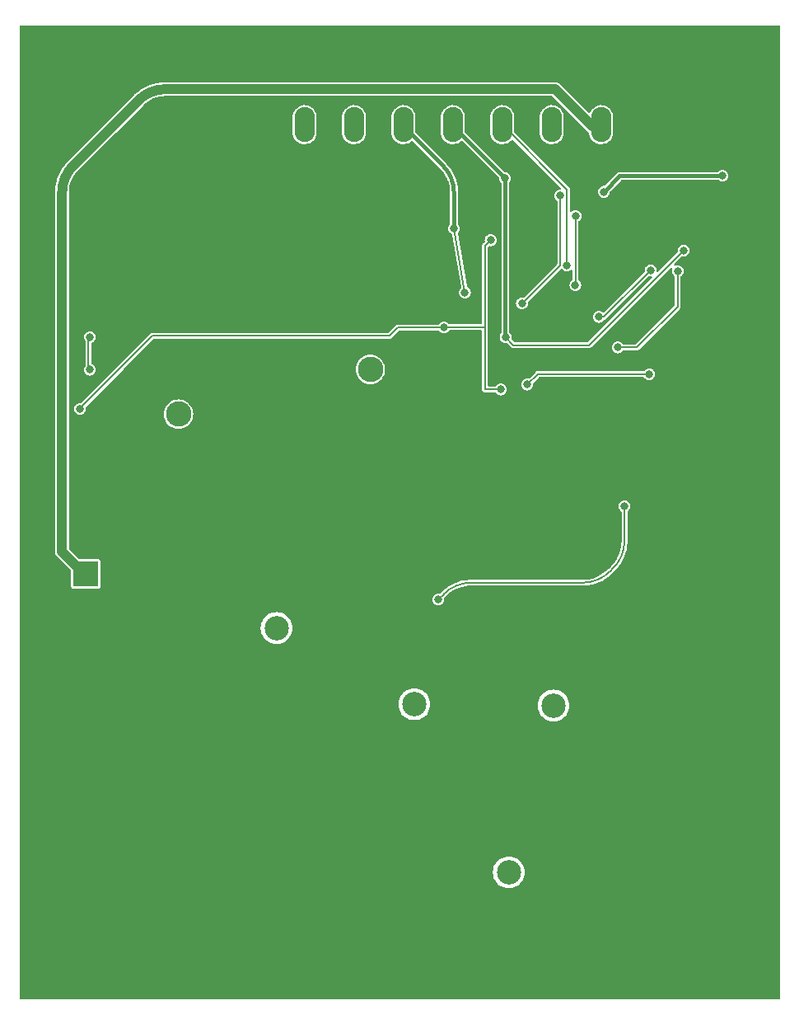
<source format=gbl>
G04 #@! TF.GenerationSoftware,KiCad,Pcbnew,(7.0.0-0)*
G04 #@! TF.CreationDate,2023-05-11T07:45:24+02:00*
G04 #@! TF.ProjectId,Filter-forest-v3,46696c74-6572-42d6-966f-726573742d76,rev?*
G04 #@! TF.SameCoordinates,Original*
G04 #@! TF.FileFunction,Copper,L2,Bot*
G04 #@! TF.FilePolarity,Positive*
%FSLAX46Y46*%
G04 Gerber Fmt 4.6, Leading zero omitted, Abs format (unit mm)*
G04 Created by KiCad (PCBNEW (7.0.0-0)) date 2023-05-11 07:45:24*
%MOMM*%
%LPD*%
G01*
G04 APERTURE LIST*
G04 Aperture macros list*
%AMRoundRect*
0 Rectangle with rounded corners*
0 $1 Rounding radius*
0 $2 $3 $4 $5 $6 $7 $8 $9 X,Y pos of 4 corners*
0 Add a 4 corners polygon primitive as box body*
4,1,4,$2,$3,$4,$5,$6,$7,$8,$9,$2,$3,0*
0 Add four circle primitives for the rounded corners*
1,1,$1+$1,$2,$3*
1,1,$1+$1,$4,$5*
1,1,$1+$1,$6,$7*
1,1,$1+$1,$8,$9*
0 Add four rect primitives between the rounded corners*
20,1,$1+$1,$2,$3,$4,$5,0*
20,1,$1+$1,$4,$5,$6,$7,0*
20,1,$1+$1,$6,$7,$8,$9,0*
20,1,$1+$1,$8,$9,$2,$3,0*%
G04 Aperture macros list end*
G04 #@! TA.AperFunction,ComponentPad*
%ADD10R,2.600000X2.600000*%
G04 #@! TD*
G04 #@! TA.AperFunction,ComponentPad*
%ADD11O,2.600000X2.600000*%
G04 #@! TD*
G04 #@! TA.AperFunction,ComponentPad*
%ADD12C,0.610000*%
G04 #@! TD*
G04 #@! TA.AperFunction,ComponentPad*
%ADD13C,2.500000*%
G04 #@! TD*
G04 #@! TA.AperFunction,ComponentPad*
%ADD14C,3.500000*%
G04 #@! TD*
G04 #@! TA.AperFunction,ComponentPad*
%ADD15C,5.600000*%
G04 #@! TD*
G04 #@! TA.AperFunction,ComponentPad*
%ADD16C,0.600000*%
G04 #@! TD*
G04 #@! TA.AperFunction,SMDPad,CuDef*
%ADD17R,4.200000X1.350000*%
G04 #@! TD*
G04 #@! TA.AperFunction,ComponentPad*
%ADD18RoundRect,0.249999X0.790001X1.550001X-0.790001X1.550001X-0.790001X-1.550001X0.790001X-1.550001X0*%
G04 #@! TD*
G04 #@! TA.AperFunction,ComponentPad*
%ADD19O,2.080000X3.600000*%
G04 #@! TD*
G04 #@! TA.AperFunction,SMDPad,CuDef*
%ADD20RoundRect,0.250000X-0.600000X-0.600000X0.600000X-0.600000X0.600000X0.600000X-0.600000X0.600000X0*%
G04 #@! TD*
G04 #@! TA.AperFunction,ComponentPad*
%ADD21C,2.610000*%
G04 #@! TD*
G04 #@! TA.AperFunction,ComponentPad*
%ADD22O,1.800000X1.000000*%
G04 #@! TD*
G04 #@! TA.AperFunction,ViaPad*
%ADD23C,0.800000*%
G04 #@! TD*
G04 #@! TA.AperFunction,Conductor*
%ADD24C,0.400000*%
G04 #@! TD*
G04 #@! TA.AperFunction,Conductor*
%ADD25C,0.200000*%
G04 #@! TD*
G04 #@! TA.AperFunction,Conductor*
%ADD26C,1.000000*%
G04 #@! TD*
G04 #@! TA.AperFunction,Profile*
%ADD27C,0.100000*%
G04 #@! TD*
G04 APERTURE END LIST*
D10*
X94899999Y-86319999D03*
D11*
X94899999Y-101559999D03*
D12*
X113691000Y-48857000D03*
X113691000Y-46647000D03*
D13*
X128660000Y-99710000D03*
D14*
X124260000Y-95410000D03*
X124360000Y-103910000D03*
X132960000Y-95410000D03*
X132960000Y-104010000D03*
D13*
X114510000Y-91880000D03*
D14*
X110110000Y-87580000D03*
X110210000Y-96080000D03*
X118810000Y-87580000D03*
X118810000Y-96180000D03*
D12*
X123341000Y-48807000D03*
X123341000Y-46597000D03*
D15*
X162104404Y-34030000D03*
D13*
X138380000Y-116960000D03*
D14*
X133980000Y-112660000D03*
X134080000Y-121160000D03*
X142680000Y-112660000D03*
X142680000Y-121260000D03*
D15*
X91864000Y-34030000D03*
D16*
X147987500Y-67510800D03*
X143725000Y-67510800D03*
X147412500Y-68294000D03*
X143925000Y-68294000D03*
X147987500Y-69077200D03*
X143725000Y-69077200D03*
X142950000Y-69860400D03*
X147412500Y-69870000D03*
X143925000Y-69870000D03*
X148375000Y-70252000D03*
X141787500Y-70252000D03*
X148375000Y-71035200D03*
X141787500Y-71035200D03*
X149150000Y-71426800D03*
X148375000Y-71818400D03*
X141787500Y-71818400D03*
X143327500Y-72200000D03*
X149150000Y-72210000D03*
X146437500Y-72210000D03*
X145662500Y-72210000D03*
X144887500Y-72210000D03*
X144112500Y-72210000D03*
X148375000Y-72601600D03*
X141787500Y-72601600D03*
X146825000Y-72860000D03*
X146050000Y-72860000D03*
X145275000Y-72860000D03*
X144500000Y-72860000D03*
X143725000Y-72885000D03*
X149150000Y-72993200D03*
X148375000Y-73384800D03*
X141787500Y-73384800D03*
X146437500Y-73510000D03*
X145662500Y-73510000D03*
X144887500Y-73510000D03*
X144112500Y-73510000D03*
X143337500Y-73510000D03*
X149150000Y-73776400D03*
X146825000Y-74160000D03*
X146050000Y-74160000D03*
X145275000Y-74160000D03*
X144500000Y-74160000D03*
X143725000Y-74160000D03*
X148375000Y-74168000D03*
X141787500Y-74168000D03*
X149150000Y-74559600D03*
X146437500Y-74810000D03*
X145662500Y-74810000D03*
X144887500Y-74810000D03*
X144112500Y-74810000D03*
X143337500Y-74810000D03*
X148375000Y-74951200D03*
X141787500Y-74951200D03*
X149150000Y-75342800D03*
X146825000Y-75460000D03*
X146050000Y-75460000D03*
X145275000Y-75460000D03*
X144500000Y-75460000D03*
X143725000Y-75460000D03*
X148375000Y-75734400D03*
X141787500Y-75734400D03*
X149150000Y-76126000D03*
X148375000Y-76517600D03*
X141787500Y-76517600D03*
X149150000Y-76909200D03*
X148375000Y-77300800D03*
X141787500Y-77300800D03*
X144312500Y-77692400D03*
X142950000Y-77692400D03*
X143725000Y-78475600D03*
D13*
X142970000Y-99840000D03*
D14*
X138570000Y-95540000D03*
X138670000Y-104040000D03*
X147270000Y-95540000D03*
X147270000Y-104140000D03*
D17*
X90359999Y-110204999D03*
X90359999Y-115854999D03*
D18*
X152950000Y-40190000D03*
D19*
X147869999Y-40189999D03*
X142789999Y-40189999D03*
X137709999Y-40189999D03*
X132629999Y-40189999D03*
X127549999Y-40189999D03*
X122469999Y-40189999D03*
X117389999Y-40189999D03*
D15*
X91864000Y-125978000D03*
D16*
X144300000Y-62240000D03*
X144300000Y-61690000D03*
X144300000Y-61140000D03*
X143750000Y-62240000D03*
D20*
X143750000Y-61690000D03*
D16*
X143750000Y-61690000D03*
X143750000Y-61140000D03*
X143200000Y-62240000D03*
X143200000Y-61690000D03*
X143200000Y-61140000D03*
D15*
X162104404Y-125978000D03*
D21*
X124146480Y-69926160D03*
X104440000Y-69920000D03*
X104440000Y-65320000D03*
X124146480Y-65326160D03*
D22*
X121929999Y-63929999D03*
X121829999Y-71329999D03*
D21*
X116630000Y-65330000D03*
D22*
X114429999Y-63929999D03*
X114329999Y-71329999D03*
X106929999Y-63929999D03*
X106829999Y-71329999D03*
D23*
X93600000Y-79660000D03*
X106690000Y-82800000D03*
X127020000Y-81320000D03*
X134060000Y-89480000D03*
X142490000Y-86430000D03*
X139410000Y-44670000D03*
X96350000Y-50830000D03*
X96900000Y-82790000D03*
X115780000Y-73530000D03*
X157640000Y-74160000D03*
X113320000Y-80740000D03*
X162630000Y-73690000D03*
X108180000Y-108250000D03*
X99650000Y-69160000D03*
X158190000Y-57780000D03*
X109770000Y-110940000D03*
X133250000Y-62160000D03*
X109140000Y-72990000D03*
X101990000Y-83110000D03*
X127630000Y-69870000D03*
X109670000Y-106600000D03*
X113920000Y-113210000D03*
X111500000Y-73060000D03*
X108730000Y-101940000D03*
X93910000Y-62610000D03*
X128020000Y-77380000D03*
X139380000Y-49600000D03*
X119340000Y-112820000D03*
X118570000Y-77230000D03*
X151870000Y-60020000D03*
X114720000Y-101530000D03*
X154530000Y-57790000D03*
X119360000Y-102230000D03*
X104970000Y-102800000D03*
X139600000Y-54530000D03*
X95466000Y-66798000D03*
X93670000Y-74500000D03*
X99419373Y-65219873D03*
X106320000Y-77250000D03*
X160350000Y-45440000D03*
X148160000Y-47090000D03*
X140280000Y-66880000D03*
X152820000Y-65815731D03*
X131130000Y-88960000D03*
X150270000Y-79360000D03*
X144360000Y-54630000D03*
X132750000Y-50860000D03*
X133870000Y-57430000D03*
X95333500Y-61998000D03*
X95333500Y-65358000D03*
X138040000Y-62010000D03*
X137995000Y-45695000D03*
X156340000Y-53110000D03*
X139730000Y-58560000D03*
X143660000Y-47470000D03*
X94320000Y-69370000D03*
X137550000Y-67390000D03*
X131720000Y-60990000D03*
X136510000Y-52060000D03*
X145220000Y-56660500D03*
X145230000Y-49570000D03*
X149600000Y-63070000D03*
X155740000Y-55240000D03*
X152942612Y-55145439D03*
X147651198Y-59939696D03*
D24*
X132750032Y-47186854D02*
G75*
G03*
X131578427Y-44358427I-4000032J-46D01*
G01*
D25*
X140280000Y-66880000D02*
X141344269Y-65815731D01*
X141344269Y-65815731D02*
X152820000Y-65815731D01*
X160330000Y-45460000D02*
X160350000Y-45440000D01*
D24*
X149790000Y-45460000D02*
X160330000Y-45460000D01*
X148160000Y-47090000D02*
X149790000Y-45460000D01*
D26*
X146940000Y-40350000D02*
X143130000Y-36540000D01*
X92456000Y-47200854D02*
X92456000Y-84066000D01*
X143130000Y-36540000D02*
X103116854Y-36540000D01*
X147890000Y-40350000D02*
X146940000Y-40350000D01*
X92456000Y-84066000D02*
X94430000Y-86040000D01*
X100288427Y-37711573D02*
X93627573Y-44372427D01*
X93627596Y-44372450D02*
G75*
G03*
X92456000Y-47200854I2828404J-2828450D01*
G01*
X103116854Y-36539968D02*
G75*
G03*
X100288427Y-37711573I46J-4000032D01*
G01*
D25*
X134516854Y-87230000D02*
X145964568Y-87230000D01*
X148792995Y-86058427D02*
X149098427Y-85752995D01*
X150270000Y-82924568D02*
X150270000Y-79360000D01*
X131130000Y-88960000D02*
X131688427Y-88401573D01*
X134516854Y-87229968D02*
G75*
G03*
X131688427Y-88401573I46J-4000032D01*
G01*
X145964568Y-87229977D02*
G75*
G03*
X148792995Y-86058427I32J3999977D01*
G01*
X149098443Y-85753011D02*
G75*
G03*
X150270000Y-82924568I-2828443J2828411D01*
G01*
X144360000Y-46840000D02*
X137710000Y-40190000D01*
X144360000Y-54630000D02*
X144360000Y-46840000D01*
D24*
X132750000Y-47186854D02*
X132750000Y-50860000D01*
D25*
X95156000Y-62028000D02*
X95186000Y-61998000D01*
X95156000Y-65180500D02*
X95333500Y-65358000D01*
X132750000Y-50860000D02*
X133870000Y-57430000D01*
D24*
X127570000Y-40350000D02*
X131578427Y-44358427D01*
D25*
X95156000Y-62028000D02*
X95156000Y-65180500D01*
X95186000Y-61998000D02*
X95333500Y-61998000D01*
X146610000Y-62840000D02*
X156340000Y-53110000D01*
D24*
X138020000Y-45720000D02*
X138020000Y-61970000D01*
X132650000Y-40350000D02*
X138020000Y-45720000D01*
X138020000Y-61970000D02*
X138060000Y-62010000D01*
D25*
X138040000Y-62010000D02*
X138870000Y-62840000D01*
X138870000Y-62840000D02*
X146610000Y-62840000D01*
D24*
X138020000Y-45720000D02*
X137995000Y-45695000D01*
D25*
X143660000Y-47470000D02*
X143660000Y-54630000D01*
X143660000Y-54630000D02*
X139730000Y-58560000D01*
X135931000Y-67390000D02*
X135931000Y-61000000D01*
X135931000Y-52639000D02*
X136510000Y-52060000D01*
X137550000Y-67390000D02*
X135931000Y-67390000D01*
X135931000Y-61000000D02*
X135931000Y-52639000D01*
X131720000Y-60990000D02*
X131697500Y-61012500D01*
X101770002Y-61880000D02*
X94330001Y-69320001D01*
X131697500Y-61012500D02*
X126997500Y-61012500D01*
X126130000Y-61880000D02*
X101770002Y-61880000D01*
X126997500Y-61012500D02*
X126130000Y-61880000D01*
X131720000Y-60990000D02*
X135931000Y-61000000D01*
X145230000Y-56650500D02*
X145220000Y-56660500D01*
X145230000Y-49570000D02*
X145230000Y-56650500D01*
X151532889Y-63070000D02*
X149600000Y-63070000D01*
X155740000Y-58862889D02*
X151532889Y-63070000D01*
X155740000Y-55240000D02*
X155740000Y-58862889D01*
X148148355Y-59939696D02*
X147651198Y-59939696D01*
X152942612Y-55145439D02*
X148148355Y-59939696D01*
G04 #@! TA.AperFunction,Conductor*
G36*
X166096304Y-30021496D02*
G01*
X166141691Y-30066883D01*
X166158304Y-30128883D01*
X166158304Y-129819883D01*
X166141691Y-129881883D01*
X166096304Y-129927270D01*
X166034304Y-129943883D01*
X88262500Y-129943883D01*
X88200500Y-129927270D01*
X88155113Y-129881883D01*
X88138500Y-129819883D01*
X88138500Y-116960000D01*
X136744458Y-116960000D01*
X136764594Y-117215855D01*
X136765729Y-117220584D01*
X136765730Y-117220588D01*
X136823369Y-117460673D01*
X136823371Y-117460681D01*
X136824507Y-117465410D01*
X136922721Y-117702521D01*
X136925268Y-117706678D01*
X136925269Y-117706679D01*
X137054271Y-117917190D01*
X137054274Y-117917194D01*
X137056819Y-117921347D01*
X137223497Y-118116503D01*
X137418653Y-118283181D01*
X137637479Y-118417279D01*
X137874590Y-118515493D01*
X138124145Y-118575406D01*
X138380000Y-118595542D01*
X138635855Y-118575406D01*
X138885410Y-118515493D01*
X139122521Y-118417279D01*
X139341347Y-118283181D01*
X139536503Y-118116503D01*
X139703181Y-117921347D01*
X139837279Y-117702521D01*
X139935493Y-117465410D01*
X139995406Y-117215855D01*
X140015542Y-116960000D01*
X139995406Y-116704145D01*
X139935493Y-116454590D01*
X139837279Y-116217479D01*
X139703181Y-115998653D01*
X139536503Y-115803497D01*
X139341347Y-115636819D01*
X139337194Y-115634274D01*
X139337190Y-115634271D01*
X139126679Y-115505269D01*
X139126678Y-115505268D01*
X139122521Y-115502721D01*
X138885410Y-115404507D01*
X138880681Y-115403371D01*
X138880673Y-115403369D01*
X138640588Y-115345730D01*
X138640584Y-115345729D01*
X138635855Y-115344594D01*
X138631004Y-115344212D01*
X138631003Y-115344212D01*
X138384854Y-115324840D01*
X138380000Y-115324458D01*
X138375146Y-115324840D01*
X138128996Y-115344212D01*
X138128993Y-115344212D01*
X138124145Y-115344594D01*
X138119417Y-115345728D01*
X138119411Y-115345730D01*
X137879326Y-115403369D01*
X137879314Y-115403372D01*
X137874590Y-115404507D01*
X137870093Y-115406369D01*
X137870089Y-115406371D01*
X137641983Y-115500855D01*
X137641978Y-115500857D01*
X137637479Y-115502721D01*
X137633326Y-115505265D01*
X137633320Y-115505269D01*
X137422809Y-115634271D01*
X137422798Y-115634278D01*
X137418653Y-115636819D01*
X137414956Y-115639976D01*
X137414947Y-115639983D01*
X137227197Y-115800336D01*
X137227190Y-115800342D01*
X137223497Y-115803497D01*
X137220342Y-115807190D01*
X137220336Y-115807197D01*
X137059983Y-115994947D01*
X137059976Y-115994956D01*
X137056819Y-115998653D01*
X137054278Y-116002798D01*
X137054271Y-116002809D01*
X136925269Y-116213320D01*
X136925265Y-116213326D01*
X136922721Y-116217479D01*
X136824507Y-116454590D01*
X136823372Y-116459314D01*
X136823369Y-116459326D01*
X136765730Y-116699411D01*
X136765728Y-116699417D01*
X136764594Y-116704145D01*
X136744458Y-116960000D01*
X88138500Y-116960000D01*
X88138500Y-99710000D01*
X127024458Y-99710000D01*
X127044594Y-99965855D01*
X127045729Y-99970584D01*
X127045730Y-99970588D01*
X127103369Y-100210673D01*
X127103371Y-100210681D01*
X127104507Y-100215410D01*
X127202721Y-100452521D01*
X127205268Y-100456678D01*
X127205269Y-100456679D01*
X127334271Y-100667190D01*
X127334274Y-100667194D01*
X127336819Y-100671347D01*
X127503497Y-100866503D01*
X127698653Y-101033181D01*
X127917479Y-101167279D01*
X128154590Y-101265493D01*
X128404145Y-101325406D01*
X128660000Y-101345542D01*
X128915855Y-101325406D01*
X129165410Y-101265493D01*
X129402521Y-101167279D01*
X129621347Y-101033181D01*
X129816503Y-100866503D01*
X129983181Y-100671347D01*
X130117279Y-100452521D01*
X130215493Y-100215410D01*
X130275406Y-99965855D01*
X130285311Y-99840000D01*
X141334458Y-99840000D01*
X141354594Y-100095855D01*
X141355729Y-100100584D01*
X141355730Y-100100588D01*
X141413369Y-100340673D01*
X141413371Y-100340681D01*
X141414507Y-100345410D01*
X141512721Y-100582521D01*
X141515268Y-100586678D01*
X141515269Y-100586679D01*
X141644271Y-100797190D01*
X141644274Y-100797194D01*
X141646819Y-100801347D01*
X141813497Y-100996503D01*
X142008653Y-101163181D01*
X142012807Y-101165726D01*
X142012809Y-101165728D01*
X142084961Y-101209943D01*
X142227479Y-101297279D01*
X142464590Y-101395493D01*
X142714145Y-101455406D01*
X142970000Y-101475542D01*
X143225855Y-101455406D01*
X143475410Y-101395493D01*
X143712521Y-101297279D01*
X143931347Y-101163181D01*
X144126503Y-100996503D01*
X144293181Y-100801347D01*
X144427279Y-100582521D01*
X144525493Y-100345410D01*
X144585406Y-100095855D01*
X144605542Y-99840000D01*
X144585406Y-99584145D01*
X144525493Y-99334590D01*
X144427279Y-99097479D01*
X144293181Y-98878653D01*
X144126503Y-98683497D01*
X143931347Y-98516819D01*
X143927194Y-98514274D01*
X143927190Y-98514271D01*
X143716679Y-98385269D01*
X143716678Y-98385268D01*
X143712521Y-98382721D01*
X143475410Y-98284507D01*
X143470681Y-98283371D01*
X143470673Y-98283369D01*
X143230588Y-98225730D01*
X143230584Y-98225729D01*
X143225855Y-98224594D01*
X143221004Y-98224212D01*
X143221003Y-98224212D01*
X142974854Y-98204840D01*
X142970000Y-98204458D01*
X142965146Y-98204840D01*
X142718996Y-98224212D01*
X142718993Y-98224212D01*
X142714145Y-98224594D01*
X142709417Y-98225728D01*
X142709411Y-98225730D01*
X142469326Y-98283369D01*
X142469314Y-98283372D01*
X142464590Y-98284507D01*
X142460093Y-98286369D01*
X142460089Y-98286371D01*
X142231983Y-98380855D01*
X142231978Y-98380857D01*
X142227479Y-98382721D01*
X142223326Y-98385265D01*
X142223320Y-98385269D01*
X142012809Y-98514271D01*
X142012798Y-98514278D01*
X142008653Y-98516819D01*
X142004956Y-98519976D01*
X142004947Y-98519983D01*
X141817197Y-98680336D01*
X141817190Y-98680342D01*
X141813497Y-98683497D01*
X141810342Y-98687190D01*
X141810336Y-98687197D01*
X141649983Y-98874947D01*
X141649976Y-98874956D01*
X141646819Y-98878653D01*
X141644278Y-98882798D01*
X141644271Y-98882809D01*
X141515269Y-99093320D01*
X141515265Y-99093326D01*
X141512721Y-99097479D01*
X141510857Y-99101978D01*
X141510855Y-99101983D01*
X141416371Y-99330089D01*
X141414507Y-99334590D01*
X141413372Y-99339314D01*
X141413369Y-99339326D01*
X141355730Y-99579411D01*
X141355728Y-99579417D01*
X141354594Y-99584145D01*
X141334458Y-99840000D01*
X130285311Y-99840000D01*
X130295542Y-99710000D01*
X130275406Y-99454145D01*
X130215493Y-99204590D01*
X130117279Y-98967479D01*
X129983181Y-98748653D01*
X129816503Y-98553497D01*
X129621347Y-98386819D01*
X129617194Y-98384274D01*
X129617190Y-98384271D01*
X129406679Y-98255269D01*
X129406678Y-98255268D01*
X129402521Y-98252721D01*
X129165410Y-98154507D01*
X129160681Y-98153371D01*
X129160673Y-98153369D01*
X128920588Y-98095730D01*
X128920584Y-98095729D01*
X128915855Y-98094594D01*
X128911004Y-98094212D01*
X128911003Y-98094212D01*
X128664854Y-98074840D01*
X128660000Y-98074458D01*
X128655146Y-98074840D01*
X128408996Y-98094212D01*
X128408993Y-98094212D01*
X128404145Y-98094594D01*
X128399417Y-98095728D01*
X128399411Y-98095730D01*
X128159326Y-98153369D01*
X128159314Y-98153372D01*
X128154590Y-98154507D01*
X128150093Y-98156369D01*
X128150089Y-98156371D01*
X127921983Y-98250855D01*
X127921978Y-98250857D01*
X127917479Y-98252721D01*
X127913326Y-98255265D01*
X127913320Y-98255269D01*
X127702809Y-98384271D01*
X127702798Y-98384278D01*
X127698653Y-98386819D01*
X127694956Y-98389976D01*
X127694947Y-98389983D01*
X127507197Y-98550336D01*
X127507190Y-98550342D01*
X127503497Y-98553497D01*
X127500342Y-98557190D01*
X127500336Y-98557197D01*
X127339983Y-98744947D01*
X127339976Y-98744956D01*
X127336819Y-98748653D01*
X127334278Y-98752798D01*
X127334271Y-98752809D01*
X127205269Y-98963320D01*
X127205265Y-98963326D01*
X127202721Y-98967479D01*
X127200857Y-98971978D01*
X127200855Y-98971983D01*
X127147008Y-99101983D01*
X127104507Y-99204590D01*
X127103372Y-99209314D01*
X127103369Y-99209326D01*
X127045730Y-99449411D01*
X127045728Y-99449417D01*
X127044594Y-99454145D01*
X127024458Y-99710000D01*
X88138500Y-99710000D01*
X88138500Y-91880000D01*
X112874458Y-91880000D01*
X112894594Y-92135855D01*
X112895729Y-92140584D01*
X112895730Y-92140588D01*
X112953369Y-92380673D01*
X112953371Y-92380681D01*
X112954507Y-92385410D01*
X113052721Y-92622521D01*
X113055268Y-92626678D01*
X113055269Y-92626679D01*
X113184271Y-92837190D01*
X113184274Y-92837194D01*
X113186819Y-92841347D01*
X113353497Y-93036503D01*
X113548653Y-93203181D01*
X113767479Y-93337279D01*
X114004590Y-93435493D01*
X114254145Y-93495406D01*
X114510000Y-93515542D01*
X114765855Y-93495406D01*
X115015410Y-93435493D01*
X115252521Y-93337279D01*
X115471347Y-93203181D01*
X115666503Y-93036503D01*
X115833181Y-92841347D01*
X115967279Y-92622521D01*
X116065493Y-92385410D01*
X116125406Y-92135855D01*
X116145542Y-91880000D01*
X116125406Y-91624145D01*
X116065493Y-91374590D01*
X115967279Y-91137479D01*
X115833181Y-90918653D01*
X115666503Y-90723497D01*
X115471347Y-90556819D01*
X115467194Y-90554274D01*
X115467190Y-90554271D01*
X115256679Y-90425269D01*
X115256678Y-90425268D01*
X115252521Y-90422721D01*
X115015410Y-90324507D01*
X115010681Y-90323371D01*
X115010673Y-90323369D01*
X114770588Y-90265730D01*
X114770584Y-90265729D01*
X114765855Y-90264594D01*
X114761004Y-90264212D01*
X114761003Y-90264212D01*
X114514854Y-90244840D01*
X114510000Y-90244458D01*
X114505146Y-90244840D01*
X114258996Y-90264212D01*
X114258993Y-90264212D01*
X114254145Y-90264594D01*
X114249417Y-90265728D01*
X114249411Y-90265730D01*
X114009326Y-90323369D01*
X114009314Y-90323372D01*
X114004590Y-90324507D01*
X114000093Y-90326369D01*
X114000089Y-90326371D01*
X113771983Y-90420855D01*
X113771978Y-90420857D01*
X113767479Y-90422721D01*
X113763326Y-90425265D01*
X113763320Y-90425269D01*
X113552809Y-90554271D01*
X113552798Y-90554278D01*
X113548653Y-90556819D01*
X113544956Y-90559976D01*
X113544947Y-90559983D01*
X113357197Y-90720336D01*
X113357190Y-90720342D01*
X113353497Y-90723497D01*
X113350342Y-90727190D01*
X113350336Y-90727197D01*
X113189983Y-90914947D01*
X113189976Y-90914956D01*
X113186819Y-90918653D01*
X113184278Y-90922798D01*
X113184271Y-90922809D01*
X113055269Y-91133320D01*
X113055265Y-91133326D01*
X113052721Y-91137479D01*
X112954507Y-91374590D01*
X112953372Y-91379314D01*
X112953369Y-91379326D01*
X112895730Y-91619411D01*
X112895728Y-91619417D01*
X112894594Y-91624145D01*
X112874458Y-91880000D01*
X88138500Y-91880000D01*
X88138500Y-88960000D01*
X130524318Y-88960000D01*
X130525379Y-88968059D01*
X130543894Y-89108702D01*
X130543895Y-89108708D01*
X130544956Y-89116762D01*
X130605464Y-89262841D01*
X130701718Y-89388282D01*
X130827159Y-89484536D01*
X130973238Y-89545044D01*
X131130000Y-89565682D01*
X131286762Y-89545044D01*
X131432841Y-89484536D01*
X131558282Y-89388282D01*
X131654536Y-89262841D01*
X131715044Y-89116762D01*
X131735682Y-88960000D01*
X131722640Y-88860936D01*
X131728160Y-88804894D01*
X131757896Y-88757073D01*
X131867257Y-88647713D01*
X131867260Y-88647712D01*
X131898991Y-88615979D01*
X131902874Y-88612261D01*
X132134882Y-88399661D01*
X132143156Y-88392719D01*
X132390626Y-88202826D01*
X132399456Y-88196642D01*
X132662549Y-88029029D01*
X132671889Y-88023636D01*
X132948579Y-87879597D01*
X132958371Y-87875031D01*
X133246562Y-87755656D01*
X133256718Y-87751960D01*
X133554201Y-87658160D01*
X133564626Y-87655366D01*
X133869175Y-87587846D01*
X133879783Y-87585976D01*
X134189075Y-87545253D01*
X134199813Y-87544313D01*
X134513421Y-87530618D01*
X134518832Y-87530500D01*
X145992165Y-87530500D01*
X145992412Y-87530500D01*
X145992493Y-87530484D01*
X145992658Y-87530477D01*
X146152329Y-87530478D01*
X146526427Y-87497752D01*
X146896249Y-87432545D01*
X147258981Y-87335354D01*
X147611862Y-87206919D01*
X147952206Y-87048217D01*
X148277423Y-86860455D01*
X148585038Y-86645064D01*
X148872710Y-86403682D01*
X149005479Y-86270914D01*
X149039134Y-86237260D01*
X149039135Y-86237257D01*
X149277257Y-85999135D01*
X149277260Y-85999134D01*
X149310855Y-85965537D01*
X149310921Y-85965487D01*
X149310930Y-85965496D01*
X149443699Y-85832725D01*
X149685082Y-85545052D01*
X149900475Y-85237435D01*
X150088237Y-84912217D01*
X150246940Y-84571871D01*
X150375376Y-84218988D01*
X150472568Y-83856254D01*
X150537775Y-83486430D01*
X150570501Y-83112330D01*
X150570500Y-82924566D01*
X150570500Y-82876971D01*
X150570500Y-79947482D01*
X150583288Y-79892638D01*
X150619014Y-79849106D01*
X150698282Y-79788282D01*
X150794536Y-79662841D01*
X150855044Y-79516762D01*
X150875682Y-79360000D01*
X150855044Y-79203238D01*
X150794536Y-79057159D01*
X150698282Y-78931718D01*
X150572841Y-78835464D01*
X150565333Y-78832354D01*
X150434271Y-78778066D01*
X150434268Y-78778065D01*
X150426762Y-78774956D01*
X150418708Y-78773895D01*
X150418702Y-78773894D01*
X150278059Y-78755379D01*
X150270000Y-78754318D01*
X150261941Y-78755379D01*
X150121297Y-78773894D01*
X150121289Y-78773896D01*
X150113238Y-78774956D01*
X150105733Y-78778064D01*
X150105728Y-78778066D01*
X149974666Y-78832354D01*
X149974662Y-78832355D01*
X149967159Y-78835464D01*
X149960714Y-78840408D01*
X149960711Y-78840411D01*
X149848164Y-78926771D01*
X149848160Y-78926774D01*
X149841718Y-78931718D01*
X149836774Y-78938160D01*
X149836771Y-78938164D01*
X149750411Y-79050711D01*
X149750408Y-79050714D01*
X149745464Y-79057159D01*
X149742355Y-79064662D01*
X149742354Y-79064666D01*
X149688066Y-79195728D01*
X149688064Y-79195733D01*
X149684956Y-79203238D01*
X149683896Y-79211289D01*
X149683894Y-79211297D01*
X149665702Y-79349482D01*
X149664318Y-79360000D01*
X149665379Y-79368059D01*
X149683894Y-79508702D01*
X149683895Y-79508708D01*
X149684956Y-79516762D01*
X149745464Y-79662841D01*
X149841718Y-79788282D01*
X149848164Y-79793228D01*
X149920986Y-79849106D01*
X149956712Y-79892638D01*
X149969500Y-79947482D01*
X149969500Y-82876973D01*
X149969499Y-82876976D01*
X149969499Y-82876984D01*
X149969499Y-82876985D01*
X149969499Y-82921866D01*
X149969381Y-82927274D01*
X149955660Y-83241598D01*
X149954717Y-83252374D01*
X149914008Y-83561612D01*
X149912130Y-83572266D01*
X149844621Y-83876790D01*
X149841821Y-83887239D01*
X149748028Y-84184718D01*
X149744328Y-84194883D01*
X149624970Y-84483046D01*
X149620399Y-84492850D01*
X149476373Y-84769525D01*
X149470964Y-84778893D01*
X149303372Y-85041964D01*
X149297167Y-85050826D01*
X149107293Y-85298277D01*
X149100340Y-85306564D01*
X148888123Y-85538160D01*
X148884381Y-85542068D01*
X148614164Y-85812286D01*
X148582446Y-85844004D01*
X148578538Y-85847746D01*
X148346549Y-86060323D01*
X148338262Y-86067276D01*
X148090813Y-86257148D01*
X148081951Y-86263353D01*
X147818882Y-86430944D01*
X147809514Y-86436353D01*
X147532840Y-86580378D01*
X147523036Y-86584949D01*
X147234876Y-86704306D01*
X147224711Y-86708006D01*
X146927235Y-86801798D01*
X146916786Y-86804598D01*
X146612261Y-86872107D01*
X146601608Y-86873985D01*
X146292372Y-86914695D01*
X146281594Y-86915638D01*
X145966746Y-86929381D01*
X145961339Y-86929499D01*
X145916985Y-86929499D01*
X145916984Y-86929499D01*
X145916976Y-86929499D01*
X145916973Y-86929500D01*
X134564448Y-86929500D01*
X134564445Y-86929499D01*
X134564436Y-86929499D01*
X134516969Y-86929499D01*
X134516851Y-86929484D01*
X134516851Y-86929468D01*
X134516727Y-86929468D01*
X134331793Y-86929469D01*
X134331770Y-86929469D01*
X134329086Y-86929470D01*
X134326389Y-86929705D01*
X134326388Y-86929706D01*
X133957679Y-86961968D01*
X133957670Y-86961969D01*
X133954986Y-86962204D01*
X133952333Y-86962671D01*
X133952324Y-86962673D01*
X133587826Y-87026948D01*
X133587816Y-87026950D01*
X133585163Y-87027418D01*
X133582561Y-87028115D01*
X133582544Y-87028119D01*
X133225058Y-87123912D01*
X133222431Y-87124616D01*
X133219881Y-87125543D01*
X133219875Y-87125546D01*
X132872094Y-87252132D01*
X132872086Y-87252135D01*
X132869551Y-87253058D01*
X132867110Y-87254196D01*
X132867101Y-87254200D01*
X132531659Y-87410622D01*
X132531648Y-87410627D01*
X132529207Y-87411766D01*
X132526879Y-87413109D01*
X132526858Y-87413121D01*
X132206333Y-87598181D01*
X132206309Y-87598195D01*
X132203992Y-87599534D01*
X132201792Y-87601074D01*
X132201777Y-87601084D01*
X131898602Y-87813373D01*
X131898591Y-87813381D01*
X131896378Y-87814931D01*
X131894309Y-87816666D01*
X131894300Y-87816674D01*
X131610778Y-88054581D01*
X131610764Y-88054593D01*
X131608708Y-88056319D01*
X131606813Y-88058213D01*
X131606801Y-88058225D01*
X131475941Y-88189086D01*
X131475940Y-88189087D01*
X131475940Y-88189088D01*
X131332925Y-88332102D01*
X131332926Y-88332102D01*
X131285104Y-88361839D01*
X131229060Y-88367359D01*
X131138059Y-88355379D01*
X131130000Y-88354318D01*
X131121941Y-88355379D01*
X130981297Y-88373894D01*
X130981289Y-88373896D01*
X130973238Y-88374956D01*
X130965733Y-88378064D01*
X130965728Y-88378066D01*
X130834666Y-88432354D01*
X130834662Y-88432355D01*
X130827159Y-88435464D01*
X130820714Y-88440408D01*
X130820711Y-88440411D01*
X130708164Y-88526771D01*
X130708160Y-88526774D01*
X130701718Y-88531718D01*
X130696774Y-88538160D01*
X130696771Y-88538164D01*
X130610411Y-88650711D01*
X130610408Y-88650714D01*
X130605464Y-88657159D01*
X130602355Y-88664662D01*
X130602354Y-88664666D01*
X130548066Y-88795728D01*
X130548064Y-88795733D01*
X130544956Y-88803238D01*
X130543896Y-88811289D01*
X130543894Y-88811297D01*
X130525702Y-88949482D01*
X130524318Y-88960000D01*
X88138500Y-88960000D01*
X88138500Y-84108606D01*
X91751642Y-84108606D01*
X91752993Y-84115982D01*
X91752994Y-84115987D01*
X91762483Y-84167771D01*
X91763610Y-84175171D01*
X91769955Y-84227425D01*
X91769956Y-84227430D01*
X91770860Y-84234872D01*
X91773519Y-84241885D01*
X91773521Y-84241891D01*
X91774450Y-84244340D01*
X91780475Y-84265952D01*
X91780951Y-84268551D01*
X91780954Y-84268560D01*
X91782305Y-84275932D01*
X91785382Y-84282769D01*
X91785383Y-84282772D01*
X91806991Y-84330784D01*
X91809857Y-84337702D01*
X91831182Y-84393930D01*
X91835442Y-84400102D01*
X91835445Y-84400107D01*
X91836937Y-84402268D01*
X91847959Y-84421810D01*
X91849039Y-84424210D01*
X91849044Y-84424219D01*
X91852122Y-84431057D01*
X91856745Y-84436958D01*
X91856747Y-84436961D01*
X91889216Y-84478404D01*
X91893636Y-84484410D01*
X91927817Y-84533929D01*
X91972847Y-84573822D01*
X91978282Y-84578939D01*
X93363181Y-85963837D01*
X93390061Y-86004065D01*
X93399500Y-86051518D01*
X93399500Y-87639748D01*
X93411133Y-87698231D01*
X93455448Y-87764552D01*
X93521769Y-87808867D01*
X93580252Y-87820500D01*
X96213652Y-87820500D01*
X96219748Y-87820500D01*
X96278231Y-87808867D01*
X96344552Y-87764552D01*
X96388867Y-87698231D01*
X96400500Y-87639748D01*
X96400500Y-85000252D01*
X96388867Y-84941769D01*
X96344552Y-84875448D01*
X96278231Y-84831133D01*
X96266253Y-84828750D01*
X96266252Y-84828750D01*
X96225728Y-84820689D01*
X96225723Y-84820688D01*
X96219748Y-84819500D01*
X96213652Y-84819500D01*
X94251518Y-84819500D01*
X94204065Y-84810061D01*
X94163837Y-84783181D01*
X93192819Y-83812162D01*
X93165939Y-83771934D01*
X93156500Y-83724481D01*
X93156500Y-69370000D01*
X93714318Y-69370000D01*
X93715379Y-69378059D01*
X93733894Y-69518702D01*
X93733895Y-69518708D01*
X93734956Y-69526762D01*
X93795464Y-69672841D01*
X93891718Y-69798282D01*
X94017159Y-69894536D01*
X94163238Y-69955044D01*
X94320000Y-69975682D01*
X94476762Y-69955044D01*
X94561366Y-69920000D01*
X102929845Y-69920000D01*
X102948438Y-70156240D01*
X102949573Y-70160969D01*
X102949574Y-70160973D01*
X103002619Y-70381927D01*
X103002621Y-70381936D01*
X103003757Y-70386664D01*
X103094442Y-70605596D01*
X103218259Y-70807647D01*
X103221423Y-70811352D01*
X103221427Y-70811357D01*
X103368992Y-70984133D01*
X103372159Y-70987841D01*
X103375866Y-70991007D01*
X103548642Y-71138572D01*
X103548645Y-71138574D01*
X103552353Y-71141741D01*
X103754404Y-71265558D01*
X103973336Y-71356243D01*
X104203760Y-71411562D01*
X104440000Y-71430155D01*
X104676240Y-71411562D01*
X104906664Y-71356243D01*
X105125596Y-71265558D01*
X105327647Y-71141741D01*
X105507841Y-70987841D01*
X105661741Y-70807647D01*
X105785558Y-70605596D01*
X105876243Y-70386664D01*
X105931562Y-70156240D01*
X105950155Y-69920000D01*
X105931562Y-69683760D01*
X105876243Y-69453336D01*
X105785558Y-69234404D01*
X105661741Y-69032353D01*
X105580106Y-68936771D01*
X105511007Y-68855866D01*
X105507841Y-68852159D01*
X105432798Y-68788066D01*
X105331357Y-68701427D01*
X105331352Y-68701423D01*
X105327647Y-68698259D01*
X105323491Y-68695712D01*
X105323488Y-68695710D01*
X105129754Y-68576990D01*
X105129753Y-68576989D01*
X105125596Y-68574442D01*
X104906664Y-68483757D01*
X104901936Y-68482621D01*
X104901927Y-68482619D01*
X104680973Y-68429574D01*
X104680969Y-68429573D01*
X104676240Y-68428438D01*
X104671387Y-68428056D01*
X104444854Y-68410227D01*
X104440000Y-68409845D01*
X104435146Y-68410227D01*
X104208612Y-68428056D01*
X104208610Y-68428056D01*
X104203760Y-68428438D01*
X104199032Y-68429573D01*
X104199026Y-68429574D01*
X103978072Y-68482619D01*
X103978060Y-68482622D01*
X103973336Y-68483757D01*
X103968839Y-68485619D01*
X103968835Y-68485621D01*
X103758908Y-68572576D01*
X103758904Y-68572577D01*
X103754404Y-68574442D01*
X103750251Y-68576986D01*
X103750245Y-68576990D01*
X103556511Y-68695710D01*
X103556502Y-68695716D01*
X103552353Y-68698259D01*
X103548653Y-68701418D01*
X103548642Y-68701427D01*
X103375866Y-68848992D01*
X103375859Y-68848998D01*
X103372159Y-68852159D01*
X103368998Y-68855859D01*
X103368992Y-68855866D01*
X103221427Y-69028642D01*
X103221418Y-69028653D01*
X103218259Y-69032353D01*
X103215716Y-69036502D01*
X103215710Y-69036511D01*
X103096990Y-69230245D01*
X103096986Y-69230251D01*
X103094442Y-69234404D01*
X103003757Y-69453336D01*
X103002622Y-69458060D01*
X103002619Y-69458072D01*
X102949574Y-69679026D01*
X102949573Y-69679032D01*
X102948438Y-69683760D01*
X102929845Y-69920000D01*
X94561366Y-69920000D01*
X94622841Y-69894536D01*
X94748282Y-69798282D01*
X94844536Y-69672841D01*
X94905044Y-69526762D01*
X94925682Y-69370000D01*
X94907986Y-69235592D01*
X94913507Y-69179548D01*
X94943243Y-69131728D01*
X98748812Y-65326160D01*
X122636325Y-65326160D01*
X122636707Y-65331014D01*
X122652112Y-65526754D01*
X122654918Y-65562400D01*
X122656053Y-65567129D01*
X122656054Y-65567133D01*
X122709099Y-65788087D01*
X122709101Y-65788096D01*
X122710237Y-65792824D01*
X122800922Y-66011756D01*
X122803469Y-66015913D01*
X122803470Y-66015914D01*
X122894673Y-66164745D01*
X122924739Y-66213807D01*
X122927903Y-66217512D01*
X122927907Y-66217517D01*
X122994874Y-66295925D01*
X123078639Y-66394001D01*
X123082346Y-66397167D01*
X123255122Y-66544732D01*
X123255125Y-66544734D01*
X123258833Y-66547901D01*
X123460884Y-66671718D01*
X123679816Y-66762403D01*
X123910240Y-66817722D01*
X124146480Y-66836315D01*
X124382720Y-66817722D01*
X124613144Y-66762403D01*
X124832076Y-66671718D01*
X125034127Y-66547901D01*
X125214321Y-66394001D01*
X125368221Y-66213807D01*
X125492038Y-66011756D01*
X125582723Y-65792824D01*
X125638042Y-65562400D01*
X125656635Y-65326160D01*
X125638042Y-65089920D01*
X125582723Y-64859496D01*
X125492038Y-64640564D01*
X125368221Y-64438513D01*
X125214321Y-64258319D01*
X125210613Y-64255152D01*
X125037837Y-64107587D01*
X125037832Y-64107583D01*
X125034127Y-64104419D01*
X125029971Y-64101872D01*
X125029968Y-64101870D01*
X124836234Y-63983150D01*
X124836233Y-63983149D01*
X124832076Y-63980602D01*
X124613144Y-63889917D01*
X124608416Y-63888781D01*
X124608407Y-63888779D01*
X124387453Y-63835734D01*
X124387449Y-63835733D01*
X124382720Y-63834598D01*
X124377867Y-63834216D01*
X124151334Y-63816387D01*
X124146480Y-63816005D01*
X124141626Y-63816387D01*
X123915092Y-63834216D01*
X123915090Y-63834216D01*
X123910240Y-63834598D01*
X123905512Y-63835733D01*
X123905506Y-63835734D01*
X123684552Y-63888779D01*
X123684540Y-63888782D01*
X123679816Y-63889917D01*
X123675319Y-63891779D01*
X123675315Y-63891781D01*
X123465388Y-63978736D01*
X123465384Y-63978737D01*
X123460884Y-63980602D01*
X123456731Y-63983146D01*
X123456725Y-63983150D01*
X123262991Y-64101870D01*
X123262982Y-64101876D01*
X123258833Y-64104419D01*
X123255133Y-64107578D01*
X123255122Y-64107587D01*
X123082346Y-64255152D01*
X123082339Y-64255158D01*
X123078639Y-64258319D01*
X123075478Y-64262019D01*
X123075472Y-64262026D01*
X122927907Y-64434802D01*
X122927898Y-64434813D01*
X122924739Y-64438513D01*
X122922196Y-64442662D01*
X122922190Y-64442671D01*
X122803470Y-64636405D01*
X122803466Y-64636411D01*
X122800922Y-64640564D01*
X122799057Y-64645064D01*
X122799056Y-64645068D01*
X122718971Y-64838411D01*
X122710237Y-64859496D01*
X122709102Y-64864220D01*
X122709099Y-64864232D01*
X122656054Y-65085186D01*
X122656053Y-65085192D01*
X122654918Y-65089920D01*
X122654536Y-65094770D01*
X122654536Y-65094772D01*
X122636707Y-65321306D01*
X122636325Y-65326160D01*
X98748812Y-65326160D01*
X101858153Y-62216819D01*
X101898382Y-62189939D01*
X101945835Y-62180500D01*
X126078144Y-62180500D01*
X126081724Y-62180748D01*
X126087765Y-62182773D01*
X126134079Y-62180632D01*
X126139806Y-62180500D01*
X126152111Y-62180500D01*
X126157844Y-62180500D01*
X126163478Y-62179445D01*
X126164351Y-62179365D01*
X126170072Y-62178967D01*
X126199992Y-62177585D01*
X126210506Y-62172941D01*
X126217908Y-62171201D01*
X126222038Y-62169922D01*
X126229135Y-62167172D01*
X126240433Y-62165061D01*
X126263144Y-62150998D01*
X126278319Y-62142999D01*
X126302765Y-62132206D01*
X126310892Y-62124077D01*
X126317175Y-62119774D01*
X126320555Y-62117096D01*
X126326176Y-62111970D01*
X126335952Y-62105919D01*
X126352053Y-62084595D01*
X126363314Y-62071655D01*
X127085651Y-61349319D01*
X127125880Y-61322439D01*
X127173333Y-61313000D01*
X131149783Y-61313000D01*
X131204627Y-61325788D01*
X131248158Y-61361513D01*
X131291718Y-61418282D01*
X131417159Y-61514536D01*
X131563238Y-61575044D01*
X131571296Y-61576104D01*
X131571297Y-61576105D01*
X131583845Y-61577757D01*
X131720000Y-61595682D01*
X131876762Y-61575044D01*
X132022841Y-61514536D01*
X132148282Y-61418282D01*
X132208039Y-61340404D01*
X132251700Y-61304616D01*
X132306703Y-61291893D01*
X135506794Y-61299493D01*
X135568670Y-61316204D01*
X135613936Y-61361578D01*
X135630500Y-61423493D01*
X135630500Y-67336840D01*
X135629971Y-67348280D01*
X135629742Y-67350743D01*
X135626599Y-67361793D01*
X135629971Y-67398183D01*
X135630500Y-67409624D01*
X135630500Y-67417844D01*
X135631550Y-67423465D01*
X135631551Y-67423470D01*
X135632011Y-67425929D01*
X135633592Y-67437266D01*
X135635904Y-67462221D01*
X135635905Y-67462225D01*
X135636965Y-67473660D01*
X135642084Y-67483942D01*
X135642767Y-67486341D01*
X135642825Y-67486588D01*
X135642935Y-67486837D01*
X135643827Y-67489140D01*
X135645939Y-67500433D01*
X135651985Y-67510198D01*
X135651986Y-67510200D01*
X135665179Y-67531507D01*
X135670745Y-67541500D01*
X135687042Y-67574228D01*
X135695533Y-67581968D01*
X135697015Y-67583931D01*
X135697171Y-67584159D01*
X135697364Y-67584352D01*
X135699030Y-67586179D01*
X135705081Y-67595952D01*
X135714253Y-67602878D01*
X135714254Y-67602879D01*
X135734248Y-67617978D01*
X135743049Y-67625285D01*
X135770067Y-67649916D01*
X135780786Y-67654068D01*
X135782880Y-67655365D01*
X135783112Y-67655524D01*
X135783361Y-67655634D01*
X135785568Y-67656733D01*
X135794736Y-67663656D01*
X135823048Y-67671711D01*
X135829887Y-67673657D01*
X135840750Y-67677298D01*
X135864109Y-67686348D01*
X135864110Y-67686348D01*
X135874827Y-67690500D01*
X135886321Y-67690500D01*
X135888739Y-67690952D01*
X135889014Y-67691016D01*
X135889280Y-67691029D01*
X135891743Y-67691257D01*
X135902793Y-67694401D01*
X135939183Y-67691028D01*
X135950624Y-67690500D01*
X136962518Y-67690500D01*
X137017362Y-67703288D01*
X137060893Y-67739013D01*
X137121718Y-67818282D01*
X137247159Y-67914536D01*
X137393238Y-67975044D01*
X137550000Y-67995682D01*
X137706762Y-67975044D01*
X137852841Y-67914536D01*
X137978282Y-67818282D01*
X138074536Y-67692841D01*
X138135044Y-67546762D01*
X138155682Y-67390000D01*
X138135044Y-67233238D01*
X138074536Y-67087159D01*
X137978282Y-66961718D01*
X137871785Y-66880000D01*
X139674318Y-66880000D01*
X139675379Y-66888059D01*
X139693894Y-67028702D01*
X139693895Y-67028708D01*
X139694956Y-67036762D01*
X139698065Y-67044268D01*
X139698066Y-67044271D01*
X139752354Y-67175333D01*
X139755464Y-67182841D01*
X139851718Y-67308282D01*
X139977159Y-67404536D01*
X140123238Y-67465044D01*
X140280000Y-67485682D01*
X140436762Y-67465044D01*
X140582841Y-67404536D01*
X140708282Y-67308282D01*
X140804536Y-67182841D01*
X140865044Y-67036762D01*
X140885682Y-66880000D01*
X140872640Y-66780937D01*
X140878160Y-66724895D01*
X140907896Y-66677074D01*
X141432421Y-66152550D01*
X141472650Y-66125670D01*
X141520103Y-66116231D01*
X152232518Y-66116231D01*
X152287362Y-66129019D01*
X152330893Y-66164744D01*
X152391718Y-66244013D01*
X152517159Y-66340267D01*
X152663238Y-66400775D01*
X152820000Y-66421413D01*
X152976762Y-66400775D01*
X153122841Y-66340267D01*
X153248282Y-66244013D01*
X153344536Y-66118572D01*
X153405044Y-65972493D01*
X153425682Y-65815731D01*
X153405044Y-65658969D01*
X153344536Y-65512890D01*
X153248282Y-65387449D01*
X153199400Y-65349941D01*
X153168408Y-65326160D01*
X153122841Y-65291195D01*
X153115333Y-65288085D01*
X152984271Y-65233797D01*
X152984268Y-65233796D01*
X152976762Y-65230687D01*
X152968708Y-65229626D01*
X152968702Y-65229625D01*
X152828059Y-65211110D01*
X152820000Y-65210049D01*
X152811941Y-65211110D01*
X152671297Y-65229625D01*
X152671289Y-65229627D01*
X152663238Y-65230687D01*
X152655733Y-65233795D01*
X152655728Y-65233797D01*
X152524666Y-65288085D01*
X152524662Y-65288086D01*
X152517159Y-65291195D01*
X152510714Y-65296139D01*
X152510711Y-65296142D01*
X152398164Y-65382502D01*
X152398160Y-65382505D01*
X152391718Y-65387449D01*
X152386774Y-65393891D01*
X152386771Y-65393895D01*
X152330894Y-65466717D01*
X152287362Y-65502443D01*
X152232518Y-65515231D01*
X141396126Y-65515231D01*
X141392545Y-65514982D01*
X141386505Y-65512958D01*
X141375029Y-65513488D01*
X141375026Y-65513488D01*
X141340190Y-65515099D01*
X141334464Y-65515231D01*
X141316425Y-65515231D01*
X141310799Y-65516282D01*
X141309908Y-65516365D01*
X141304201Y-65516762D01*
X141285751Y-65517615D01*
X141285748Y-65517615D01*
X141274278Y-65518146D01*
X141263772Y-65522784D01*
X141256409Y-65524516D01*
X141252194Y-65525821D01*
X141245126Y-65528559D01*
X141233836Y-65530670D01*
X141224070Y-65536715D01*
X141224063Y-65536719D01*
X141211123Y-65544731D01*
X141195944Y-65552732D01*
X141182013Y-65558883D01*
X141182006Y-65558887D01*
X141171504Y-65563525D01*
X141163384Y-65571643D01*
X141157126Y-65575931D01*
X141153691Y-65578652D01*
X141148082Y-65583764D01*
X141138317Y-65589812D01*
X141131393Y-65598979D01*
X141131391Y-65598982D01*
X141122218Y-65611129D01*
X141110948Y-65624079D01*
X140482926Y-66252101D01*
X140435104Y-66281839D01*
X140379060Y-66287359D01*
X140288059Y-66275379D01*
X140280000Y-66274318D01*
X140271941Y-66275379D01*
X140131297Y-66293894D01*
X140131289Y-66293896D01*
X140123238Y-66294956D01*
X140115733Y-66298064D01*
X140115728Y-66298066D01*
X139984666Y-66352354D01*
X139984662Y-66352355D01*
X139977159Y-66355464D01*
X139970714Y-66360408D01*
X139970711Y-66360411D01*
X139858164Y-66446771D01*
X139858160Y-66446774D01*
X139851718Y-66451718D01*
X139846774Y-66458160D01*
X139846771Y-66458164D01*
X139760411Y-66570711D01*
X139760408Y-66570714D01*
X139755464Y-66577159D01*
X139752355Y-66584662D01*
X139752354Y-66584666D01*
X139698066Y-66715728D01*
X139698064Y-66715733D01*
X139694956Y-66723238D01*
X139693896Y-66731289D01*
X139693894Y-66731297D01*
X139680069Y-66836315D01*
X139674318Y-66880000D01*
X137871785Y-66880000D01*
X137852841Y-66865464D01*
X137845333Y-66862354D01*
X137714271Y-66808066D01*
X137714268Y-66808065D01*
X137706762Y-66804956D01*
X137698708Y-66803895D01*
X137698702Y-66803894D01*
X137558059Y-66785379D01*
X137550000Y-66784318D01*
X137541941Y-66785379D01*
X137401297Y-66803894D01*
X137401289Y-66803896D01*
X137393238Y-66804956D01*
X137385733Y-66808064D01*
X137385728Y-66808066D01*
X137254666Y-66862354D01*
X137254662Y-66862355D01*
X137247159Y-66865464D01*
X137240714Y-66870408D01*
X137240711Y-66870411D01*
X137128164Y-66956771D01*
X137128160Y-66956774D01*
X137121718Y-66961718D01*
X137116774Y-66968160D01*
X137116771Y-66968164D01*
X137060894Y-67040986D01*
X137017362Y-67076712D01*
X136962518Y-67089500D01*
X136355500Y-67089500D01*
X136293500Y-67072887D01*
X136248113Y-67027500D01*
X136231500Y-66965500D01*
X136231500Y-61052818D01*
X136232057Y-61041082D01*
X136232162Y-61039973D01*
X136235333Y-61028930D01*
X136232002Y-60992026D01*
X136231500Y-60980879D01*
X136231500Y-52814833D01*
X136240939Y-52767381D01*
X136267818Y-52727153D01*
X136267817Y-52727153D01*
X136307073Y-52687897D01*
X136354894Y-52658160D01*
X136410937Y-52652640D01*
X136510000Y-52665682D01*
X136666762Y-52645044D01*
X136812841Y-52584536D01*
X136938282Y-52488282D01*
X137034536Y-52362841D01*
X137095044Y-52216762D01*
X137115682Y-52060000D01*
X137095044Y-51903238D01*
X137034536Y-51757159D01*
X136938282Y-51631718D01*
X136812841Y-51535464D01*
X136705525Y-51491012D01*
X136674271Y-51478066D01*
X136674268Y-51478065D01*
X136666762Y-51474956D01*
X136658708Y-51473895D01*
X136658702Y-51473894D01*
X136518059Y-51455379D01*
X136510000Y-51454318D01*
X136501941Y-51455379D01*
X136361297Y-51473894D01*
X136361289Y-51473896D01*
X136353238Y-51474956D01*
X136345733Y-51478064D01*
X136345728Y-51478066D01*
X136214666Y-51532354D01*
X136214662Y-51532355D01*
X136207159Y-51535464D01*
X136200714Y-51540408D01*
X136200711Y-51540411D01*
X136088164Y-51626771D01*
X136088160Y-51626774D01*
X136081718Y-51631718D01*
X136076774Y-51638160D01*
X136076771Y-51638164D01*
X135990411Y-51750711D01*
X135990408Y-51750714D01*
X135985464Y-51757159D01*
X135982355Y-51764662D01*
X135982354Y-51764666D01*
X135928066Y-51895728D01*
X135928064Y-51895733D01*
X135924956Y-51903238D01*
X135923896Y-51911289D01*
X135923894Y-51911297D01*
X135905702Y-52049482D01*
X135904318Y-52060000D01*
X135905379Y-52068059D01*
X135917359Y-52159060D01*
X135911839Y-52215104D01*
X135882101Y-52262926D01*
X135755187Y-52389840D01*
X135752471Y-52392203D01*
X135746772Y-52395042D01*
X135739039Y-52403523D01*
X135739034Y-52403528D01*
X135715521Y-52429320D01*
X135711575Y-52433452D01*
X135702877Y-52442151D01*
X135702873Y-52442155D01*
X135698826Y-52446203D01*
X135695592Y-52450921D01*
X135695006Y-52451628D01*
X135691259Y-52455934D01*
X135678822Y-52469578D01*
X135671084Y-52478067D01*
X135666935Y-52488773D01*
X135662956Y-52495201D01*
X135660895Y-52499112D01*
X135657834Y-52506043D01*
X135651344Y-52515519D01*
X135648714Y-52526696D01*
X135648711Y-52526705D01*
X135645228Y-52541516D01*
X135640150Y-52557915D01*
X135634651Y-52572109D01*
X135634650Y-52572114D01*
X135630500Y-52582827D01*
X135630500Y-52594317D01*
X135629103Y-52601791D01*
X135628603Y-52606094D01*
X135628251Y-52613697D01*
X135625621Y-52624881D01*
X135627208Y-52636258D01*
X135627208Y-52636262D01*
X135629311Y-52651333D01*
X135630500Y-52668465D01*
X135630500Y-60574490D01*
X135613838Y-60636575D01*
X135568330Y-60681975D01*
X135506206Y-60698489D01*
X134978388Y-60697236D01*
X132308259Y-60690895D01*
X132253577Y-60678042D01*
X132210177Y-60642381D01*
X132153228Y-60568164D01*
X132148282Y-60561718D01*
X132022841Y-60465464D01*
X132007921Y-60459284D01*
X131884271Y-60408066D01*
X131884268Y-60408065D01*
X131876762Y-60404956D01*
X131868708Y-60403895D01*
X131868702Y-60403894D01*
X131728059Y-60385379D01*
X131720000Y-60384318D01*
X131711941Y-60385379D01*
X131571297Y-60403894D01*
X131571289Y-60403896D01*
X131563238Y-60404956D01*
X131555733Y-60408064D01*
X131555728Y-60408066D01*
X131424666Y-60462354D01*
X131424662Y-60462355D01*
X131417159Y-60465464D01*
X131410714Y-60470408D01*
X131410711Y-60470411D01*
X131298164Y-60556771D01*
X131298160Y-60556774D01*
X131291718Y-60561718D01*
X131286774Y-60568160D01*
X131286771Y-60568164D01*
X131213629Y-60663486D01*
X131170097Y-60699212D01*
X131115253Y-60712000D01*
X127049356Y-60712000D01*
X127045775Y-60711751D01*
X127039735Y-60709727D01*
X127028259Y-60710257D01*
X127028256Y-60710257D01*
X126993420Y-60711868D01*
X126987694Y-60712000D01*
X126969656Y-60712000D01*
X126964030Y-60713051D01*
X126963139Y-60713134D01*
X126957432Y-60713531D01*
X126938981Y-60714384D01*
X126938977Y-60714384D01*
X126927508Y-60714915D01*
X126917002Y-60719553D01*
X126909639Y-60721285D01*
X126905417Y-60722592D01*
X126898352Y-60725328D01*
X126887067Y-60727439D01*
X126877303Y-60733483D01*
X126877298Y-60733486D01*
X126864358Y-60741498D01*
X126849177Y-60749500D01*
X126835246Y-60755651D01*
X126835239Y-60755655D01*
X126824735Y-60760294D01*
X126816613Y-60768414D01*
X126810351Y-60772705D01*
X126806922Y-60775421D01*
X126801313Y-60780533D01*
X126791548Y-60786581D01*
X126784624Y-60795748D01*
X126784622Y-60795751D01*
X126775449Y-60807898D01*
X126764179Y-60820848D01*
X126041848Y-61543181D01*
X126001620Y-61570061D01*
X125954167Y-61579500D01*
X101821858Y-61579500D01*
X101818277Y-61579251D01*
X101812237Y-61577227D01*
X101800761Y-61577757D01*
X101800758Y-61577757D01*
X101765922Y-61579368D01*
X101760196Y-61579500D01*
X101742158Y-61579500D01*
X101736532Y-61580551D01*
X101735641Y-61580634D01*
X101729934Y-61581031D01*
X101711487Y-61581884D01*
X101711484Y-61581884D01*
X101700010Y-61582415D01*
X101689501Y-61587054D01*
X101682129Y-61588788D01*
X101677923Y-61590091D01*
X101670857Y-61592828D01*
X101659569Y-61594939D01*
X101649804Y-61600984D01*
X101649798Y-61600987D01*
X101636853Y-61609001D01*
X101621678Y-61617000D01*
X101607749Y-61623151D01*
X101607745Y-61623153D01*
X101597236Y-61627794D01*
X101589113Y-61635915D01*
X101582868Y-61640194D01*
X101579412Y-61642932D01*
X101573814Y-61648034D01*
X101564050Y-61654081D01*
X101557129Y-61663244D01*
X101557125Y-61663249D01*
X101547954Y-61675394D01*
X101536684Y-61688344D01*
X94487581Y-68737447D01*
X94439760Y-68767185D01*
X94383717Y-68772706D01*
X94320000Y-68764318D01*
X94311941Y-68765379D01*
X94171297Y-68783894D01*
X94171289Y-68783896D01*
X94163238Y-68784956D01*
X94155733Y-68788064D01*
X94155728Y-68788066D01*
X94024666Y-68842354D01*
X94024662Y-68842355D01*
X94017159Y-68845464D01*
X94010714Y-68850408D01*
X94010711Y-68850411D01*
X93898164Y-68936771D01*
X93898160Y-68936774D01*
X93891718Y-68941718D01*
X93886774Y-68948160D01*
X93886771Y-68948164D01*
X93800411Y-69060711D01*
X93800408Y-69060714D01*
X93795464Y-69067159D01*
X93792355Y-69074662D01*
X93792354Y-69074666D01*
X93738066Y-69205728D01*
X93738064Y-69205733D01*
X93734956Y-69213238D01*
X93733896Y-69221289D01*
X93733894Y-69221297D01*
X93731576Y-69238908D01*
X93714318Y-69370000D01*
X93156500Y-69370000D01*
X93156500Y-65358000D01*
X94727818Y-65358000D01*
X94728879Y-65366059D01*
X94747394Y-65506702D01*
X94747395Y-65506708D01*
X94748456Y-65514762D01*
X94751565Y-65522268D01*
X94751566Y-65522271D01*
X94791216Y-65617993D01*
X94808964Y-65660841D01*
X94905218Y-65786282D01*
X95030659Y-65882536D01*
X95176738Y-65943044D01*
X95333500Y-65963682D01*
X95490262Y-65943044D01*
X95636341Y-65882536D01*
X95761782Y-65786282D01*
X95858036Y-65660841D01*
X95918544Y-65514762D01*
X95939182Y-65358000D01*
X95918544Y-65201238D01*
X95858036Y-65055159D01*
X95761782Y-64929718D01*
X95636341Y-64833464D01*
X95533047Y-64790678D01*
X95492819Y-64763798D01*
X95465939Y-64723570D01*
X95456500Y-64676117D01*
X95456500Y-62679883D01*
X95465939Y-62632430D01*
X95492819Y-62592202D01*
X95533047Y-62565322D01*
X95546904Y-62559581D01*
X95636341Y-62522536D01*
X95761782Y-62426282D01*
X95858036Y-62300841D01*
X95918544Y-62154762D01*
X95939182Y-61998000D01*
X95918544Y-61841238D01*
X95858036Y-61695159D01*
X95761782Y-61569718D01*
X95636341Y-61473464D01*
X95515061Y-61423228D01*
X95497771Y-61416066D01*
X95497768Y-61416065D01*
X95490262Y-61412956D01*
X95482208Y-61411895D01*
X95482202Y-61411894D01*
X95341559Y-61393379D01*
X95333500Y-61392318D01*
X95325441Y-61393379D01*
X95184797Y-61411894D01*
X95184789Y-61411896D01*
X95176738Y-61412956D01*
X95169233Y-61416064D01*
X95169228Y-61416066D01*
X95038166Y-61470354D01*
X95038162Y-61470355D01*
X95030659Y-61473464D01*
X95024214Y-61478408D01*
X95024211Y-61478411D01*
X94911664Y-61564771D01*
X94911660Y-61564774D01*
X94905218Y-61569718D01*
X94900274Y-61576160D01*
X94900271Y-61576164D01*
X94813911Y-61688711D01*
X94813908Y-61688714D01*
X94808964Y-61695159D01*
X94805855Y-61702662D01*
X94805854Y-61702666D01*
X94751566Y-61833728D01*
X94751564Y-61833733D01*
X94748456Y-61841238D01*
X94747396Y-61849289D01*
X94747394Y-61849297D01*
X94729202Y-61987482D01*
X94727818Y-61998000D01*
X94728879Y-62006059D01*
X94747394Y-62146702D01*
X94747395Y-62146708D01*
X94748456Y-62154762D01*
X94751565Y-62162268D01*
X94751566Y-62162271D01*
X94763027Y-62189939D01*
X94808964Y-62300841D01*
X94829877Y-62328096D01*
X94848919Y-62363721D01*
X94855500Y-62403580D01*
X94855500Y-64952420D01*
X94848919Y-64992279D01*
X94829877Y-65027903D01*
X94820849Y-65039669D01*
X94813908Y-65048715D01*
X94813906Y-65048718D01*
X94808964Y-65055159D01*
X94805855Y-65062662D01*
X94805854Y-65062666D01*
X94751566Y-65193728D01*
X94751564Y-65193733D01*
X94748456Y-65201238D01*
X94747396Y-65209289D01*
X94747394Y-65209297D01*
X94732649Y-65321306D01*
X94727818Y-65358000D01*
X93156500Y-65358000D01*
X93156500Y-47203916D01*
X93156649Y-47197830D01*
X93165611Y-47015452D01*
X93172093Y-46883535D01*
X93173286Y-46871428D01*
X93173386Y-46870756D01*
X93219014Y-46563173D01*
X93221381Y-46551275D01*
X93297109Y-46248962D01*
X93300633Y-46237349D01*
X93405627Y-45943920D01*
X93410269Y-45932714D01*
X93543515Y-45650994D01*
X93549235Y-45640292D01*
X93709454Y-45372988D01*
X93716212Y-45362876D01*
X93780847Y-45275728D01*
X93901853Y-45112574D01*
X93909553Y-45103192D01*
X94121342Y-44869522D01*
X94125498Y-44865157D01*
X97984945Y-41005710D01*
X116149500Y-41005710D01*
X116149747Y-41008458D01*
X116149748Y-41008473D01*
X116164002Y-41166845D01*
X116164002Y-41166850D01*
X116164502Y-41172395D01*
X116165984Y-41177767D01*
X116165985Y-41177769D01*
X116196011Y-41286568D01*
X116223906Y-41387642D01*
X116226317Y-41392650D01*
X116226320Y-41392656D01*
X116318372Y-41583803D01*
X116320790Y-41588823D01*
X116452039Y-41769472D01*
X116456058Y-41773315D01*
X116456062Y-41773319D01*
X116575266Y-41887289D01*
X116613435Y-41923782D01*
X116799790Y-42046794D01*
X116804915Y-42048984D01*
X116804916Y-42048985D01*
X116917264Y-42097005D01*
X117005115Y-42134554D01*
X117222811Y-42184242D01*
X117445880Y-42194260D01*
X117667153Y-42164286D01*
X117879518Y-42095285D01*
X118076150Y-41989473D01*
X118250728Y-41850251D01*
X118397642Y-41682095D01*
X118512169Y-41490408D01*
X118590629Y-41281353D01*
X118630500Y-41061647D01*
X118630500Y-41005710D01*
X121229500Y-41005710D01*
X121229747Y-41008458D01*
X121229748Y-41008473D01*
X121244002Y-41166845D01*
X121244002Y-41166850D01*
X121244502Y-41172395D01*
X121245984Y-41177767D01*
X121245985Y-41177769D01*
X121276011Y-41286568D01*
X121303906Y-41387642D01*
X121306317Y-41392650D01*
X121306320Y-41392656D01*
X121398372Y-41583803D01*
X121400790Y-41588823D01*
X121532039Y-41769472D01*
X121536058Y-41773315D01*
X121536062Y-41773319D01*
X121655266Y-41887289D01*
X121693435Y-41923782D01*
X121879790Y-42046794D01*
X121884915Y-42048984D01*
X121884916Y-42048985D01*
X121997264Y-42097005D01*
X122085115Y-42134554D01*
X122302811Y-42184242D01*
X122525880Y-42194260D01*
X122747153Y-42164286D01*
X122959518Y-42095285D01*
X123156150Y-41989473D01*
X123330728Y-41850251D01*
X123477642Y-41682095D01*
X123592169Y-41490408D01*
X123670629Y-41281353D01*
X123710500Y-41061647D01*
X123710500Y-41005710D01*
X126309500Y-41005710D01*
X126309747Y-41008458D01*
X126309748Y-41008473D01*
X126324002Y-41166845D01*
X126324002Y-41166850D01*
X126324502Y-41172395D01*
X126325984Y-41177767D01*
X126325985Y-41177769D01*
X126356011Y-41286568D01*
X126383906Y-41387642D01*
X126386317Y-41392650D01*
X126386320Y-41392656D01*
X126478372Y-41583803D01*
X126480790Y-41588823D01*
X126612039Y-41769472D01*
X126616058Y-41773315D01*
X126616062Y-41773319D01*
X126735266Y-41887289D01*
X126773435Y-41923782D01*
X126959790Y-42046794D01*
X126964915Y-42048984D01*
X126964916Y-42048985D01*
X127077264Y-42097005D01*
X127165115Y-42134554D01*
X127382811Y-42184242D01*
X127605880Y-42194260D01*
X127827153Y-42164286D01*
X128039518Y-42095285D01*
X128236150Y-41989473D01*
X128375904Y-41878021D01*
X128430161Y-41853132D01*
X128489764Y-41856479D01*
X128540896Y-41887289D01*
X131293079Y-44639472D01*
X131297275Y-44643879D01*
X131528362Y-44898840D01*
X131536082Y-44908246D01*
X131739253Y-45182185D01*
X131746014Y-45192303D01*
X131921358Y-45484841D01*
X131927094Y-45495573D01*
X131963562Y-45572677D01*
X132017606Y-45686941D01*
X132072914Y-45803876D01*
X132077571Y-45815118D01*
X132192473Y-46136236D01*
X132196006Y-46147881D01*
X132278881Y-46478721D01*
X132281255Y-46490657D01*
X132331300Y-46828017D01*
X132332493Y-46840126D01*
X132349351Y-47183176D01*
X132349500Y-47189262D01*
X132349500Y-50354074D01*
X132340061Y-50401527D01*
X132320508Y-50430789D01*
X132321718Y-50431718D01*
X132230411Y-50550711D01*
X132230408Y-50550714D01*
X132225464Y-50557159D01*
X132222355Y-50564662D01*
X132222354Y-50564666D01*
X132168066Y-50695728D01*
X132168064Y-50695733D01*
X132164956Y-50703238D01*
X132163896Y-50711289D01*
X132163894Y-50711297D01*
X132145702Y-50849482D01*
X132144318Y-50860000D01*
X132145379Y-50868059D01*
X132163894Y-51008702D01*
X132163895Y-51008708D01*
X132164956Y-51016762D01*
X132225464Y-51162841D01*
X132321718Y-51288282D01*
X132447159Y-51384536D01*
X132477948Y-51397289D01*
X132527423Y-51434509D01*
X132552735Y-51491012D01*
X133474254Y-56896718D01*
X133470173Y-56955176D01*
X133441950Y-57001539D01*
X133441718Y-57001718D01*
X133436777Y-57008156D01*
X133436773Y-57008161D01*
X133350411Y-57120711D01*
X133350408Y-57120714D01*
X133345464Y-57127159D01*
X133342355Y-57134662D01*
X133342354Y-57134666D01*
X133288066Y-57265728D01*
X133288064Y-57265733D01*
X133284956Y-57273238D01*
X133283896Y-57281289D01*
X133283894Y-57281297D01*
X133265702Y-57419482D01*
X133264318Y-57430000D01*
X133265379Y-57438059D01*
X133283894Y-57578702D01*
X133283895Y-57578708D01*
X133284956Y-57586762D01*
X133345464Y-57732841D01*
X133441718Y-57858282D01*
X133567159Y-57954536D01*
X133713238Y-58015044D01*
X133870000Y-58035682D01*
X134026762Y-58015044D01*
X134172841Y-57954536D01*
X134298282Y-57858282D01*
X134394536Y-57732841D01*
X134455044Y-57586762D01*
X134475682Y-57430000D01*
X134455044Y-57273238D01*
X134394536Y-57127159D01*
X134298282Y-57001718D01*
X134248268Y-56963341D01*
X134179291Y-56910413D01*
X134179289Y-56910412D01*
X134172841Y-56905464D01*
X134142046Y-56892708D01*
X134092574Y-56855487D01*
X134067264Y-56798988D01*
X133145744Y-51393280D01*
X133149828Y-51334817D01*
X133178052Y-51288458D01*
X133178282Y-51288282D01*
X133274536Y-51162841D01*
X133335044Y-51016762D01*
X133355682Y-50860000D01*
X133335044Y-50703238D01*
X133274536Y-50557159D01*
X133178282Y-50431718D01*
X133179491Y-50430789D01*
X133159939Y-50401527D01*
X133150500Y-50354074D01*
X133150500Y-47186967D01*
X133150515Y-47186849D01*
X133150532Y-47186849D01*
X133150530Y-46994719D01*
X133117035Y-46611920D01*
X133050304Y-46233498D01*
X132950846Y-45862331D01*
X132819418Y-45501245D01*
X132657019Y-45152988D01*
X132464885Y-44820210D01*
X132244479Y-44505444D01*
X131997478Y-44211085D01*
X131883913Y-44097521D01*
X131883913Y-44097520D01*
X128826819Y-41040426D01*
X128803622Y-41005710D01*
X131389500Y-41005710D01*
X131389747Y-41008458D01*
X131389748Y-41008473D01*
X131404002Y-41166845D01*
X131404002Y-41166850D01*
X131404502Y-41172395D01*
X131405984Y-41177767D01*
X131405985Y-41177769D01*
X131436011Y-41286568D01*
X131463906Y-41387642D01*
X131466317Y-41392650D01*
X131466320Y-41392656D01*
X131558372Y-41583803D01*
X131560790Y-41588823D01*
X131692039Y-41769472D01*
X131696058Y-41773315D01*
X131696062Y-41773319D01*
X131815266Y-41887289D01*
X131853435Y-41923782D01*
X132039790Y-42046794D01*
X132044915Y-42048984D01*
X132044916Y-42048985D01*
X132157264Y-42097005D01*
X132245115Y-42134554D01*
X132462811Y-42184242D01*
X132685880Y-42194260D01*
X132907153Y-42164286D01*
X133119518Y-42095285D01*
X133316150Y-41989473D01*
X133455904Y-41878021D01*
X133510161Y-41853132D01*
X133569764Y-41856479D01*
X133620896Y-41887289D01*
X137354059Y-45620452D01*
X137380931Y-45660661D01*
X137387809Y-45695198D01*
X137389318Y-45695000D01*
X137408894Y-45843702D01*
X137408895Y-45843708D01*
X137409956Y-45851762D01*
X137413065Y-45859268D01*
X137413066Y-45859271D01*
X137457956Y-45967645D01*
X137470464Y-45997841D01*
X137566718Y-46123282D01*
X137573164Y-46128228D01*
X137578913Y-46133977D01*
X137577903Y-46134986D01*
X137606712Y-46170090D01*
X137619500Y-46224933D01*
X137619500Y-61529484D01*
X137612919Y-61569342D01*
X137593876Y-61604970D01*
X137520411Y-61700711D01*
X137520408Y-61700714D01*
X137515464Y-61707159D01*
X137512355Y-61714662D01*
X137512354Y-61714666D01*
X137458066Y-61845728D01*
X137458064Y-61845733D01*
X137454956Y-61853238D01*
X137453896Y-61861289D01*
X137453894Y-61861297D01*
X137436959Y-61989941D01*
X137434318Y-62010000D01*
X137435379Y-62018058D01*
X137435379Y-62018059D01*
X137453894Y-62158702D01*
X137453895Y-62158708D01*
X137454956Y-62166762D01*
X137458065Y-62174268D01*
X137458066Y-62174271D01*
X137510493Y-62300841D01*
X137515464Y-62312841D01*
X137611718Y-62438282D01*
X137737159Y-62534536D01*
X137883238Y-62595044D01*
X138040000Y-62615682D01*
X138139062Y-62602640D01*
X138195104Y-62608160D01*
X138242927Y-62637898D01*
X138620841Y-63015812D01*
X138623202Y-63018525D01*
X138626042Y-63024228D01*
X138634530Y-63031966D01*
X138634531Y-63031967D01*
X138660317Y-63055474D01*
X138664459Y-63059430D01*
X138677203Y-63072174D01*
X138681930Y-63075412D01*
X138682621Y-63075986D01*
X138686928Y-63079733D01*
X138709067Y-63099916D01*
X138719782Y-63104067D01*
X138726246Y-63108069D01*
X138730074Y-63110087D01*
X138737039Y-63113162D01*
X138746519Y-63119656D01*
X138757706Y-63122287D01*
X138772506Y-63125768D01*
X138788912Y-63130848D01*
X138803108Y-63136348D01*
X138803111Y-63136348D01*
X138813827Y-63140500D01*
X138825320Y-63140500D01*
X138832794Y-63141897D01*
X138837094Y-63142396D01*
X138844692Y-63142747D01*
X138855881Y-63145379D01*
X138882332Y-63141689D01*
X138899465Y-63140500D01*
X146558144Y-63140500D01*
X146561724Y-63140748D01*
X146567765Y-63142773D01*
X146614079Y-63140632D01*
X146619806Y-63140500D01*
X146632111Y-63140500D01*
X146637844Y-63140500D01*
X146643478Y-63139445D01*
X146644351Y-63139365D01*
X146650072Y-63138967D01*
X146679992Y-63137585D01*
X146690506Y-63132941D01*
X146697908Y-63131201D01*
X146702038Y-63129922D01*
X146709135Y-63127172D01*
X146720433Y-63125061D01*
X146743144Y-63110998D01*
X146758319Y-63102999D01*
X146782765Y-63092206D01*
X146790892Y-63084077D01*
X146797175Y-63079774D01*
X146800555Y-63077096D01*
X146806176Y-63071970D01*
X146815952Y-63065919D01*
X146832053Y-63044595D01*
X146843314Y-63031655D01*
X154970993Y-54903976D01*
X155029725Y-54871085D01*
X155096990Y-54873728D01*
X155152962Y-54911127D01*
X155181145Y-54972260D01*
X155173234Y-55039110D01*
X155158066Y-55075729D01*
X155154956Y-55083238D01*
X155153896Y-55091289D01*
X155153894Y-55091297D01*
X155137464Y-55216105D01*
X155134318Y-55240000D01*
X155135379Y-55248059D01*
X155153894Y-55388702D01*
X155153895Y-55388708D01*
X155154956Y-55396762D01*
X155215464Y-55542841D01*
X155311718Y-55668282D01*
X155318164Y-55673228D01*
X155390986Y-55729106D01*
X155426712Y-55772638D01*
X155439500Y-55827482D01*
X155439500Y-58687055D01*
X155430061Y-58734508D01*
X155403181Y-58774736D01*
X151444737Y-62733181D01*
X151404509Y-62760061D01*
X151357056Y-62769500D01*
X150187482Y-62769500D01*
X150132638Y-62756712D01*
X150089106Y-62720986D01*
X150033228Y-62648164D01*
X150028282Y-62641718D01*
X149902841Y-62545464D01*
X149888443Y-62539500D01*
X149764271Y-62488066D01*
X149764268Y-62488065D01*
X149756762Y-62484956D01*
X149748708Y-62483895D01*
X149748702Y-62483894D01*
X149608059Y-62465379D01*
X149600000Y-62464318D01*
X149591941Y-62465379D01*
X149451297Y-62483894D01*
X149451289Y-62483896D01*
X149443238Y-62484956D01*
X149435733Y-62488064D01*
X149435728Y-62488066D01*
X149304666Y-62542354D01*
X149304662Y-62542355D01*
X149297159Y-62545464D01*
X149290714Y-62550408D01*
X149290711Y-62550411D01*
X149178164Y-62636771D01*
X149178160Y-62636774D01*
X149171718Y-62641718D01*
X149166774Y-62648160D01*
X149166771Y-62648164D01*
X149080411Y-62760711D01*
X149080408Y-62760714D01*
X149075464Y-62767159D01*
X149072355Y-62774662D01*
X149072354Y-62774666D01*
X149018066Y-62905728D01*
X149018064Y-62905733D01*
X149014956Y-62913238D01*
X149013896Y-62921289D01*
X149013894Y-62921297D01*
X148999367Y-63031648D01*
X148994318Y-63070000D01*
X148995379Y-63078059D01*
X149013894Y-63218702D01*
X149013895Y-63218708D01*
X149014956Y-63226762D01*
X149018065Y-63234268D01*
X149018066Y-63234271D01*
X149072354Y-63365333D01*
X149075464Y-63372841D01*
X149171718Y-63498282D01*
X149297159Y-63594536D01*
X149443238Y-63655044D01*
X149600000Y-63675682D01*
X149756762Y-63655044D01*
X149902841Y-63594536D01*
X150028282Y-63498282D01*
X150089106Y-63419013D01*
X150132638Y-63383288D01*
X150187482Y-63370500D01*
X151481033Y-63370500D01*
X151484613Y-63370748D01*
X151490654Y-63372773D01*
X151536968Y-63370632D01*
X151542695Y-63370500D01*
X151555000Y-63370500D01*
X151560733Y-63370500D01*
X151566367Y-63369445D01*
X151567240Y-63369365D01*
X151572961Y-63368967D01*
X151602881Y-63367585D01*
X151613395Y-63362941D01*
X151620797Y-63361201D01*
X151624927Y-63359922D01*
X151632024Y-63357172D01*
X151643322Y-63355061D01*
X151666033Y-63340998D01*
X151681208Y-63332999D01*
X151705654Y-63322206D01*
X151713781Y-63314077D01*
X151720064Y-63309774D01*
X151723444Y-63307096D01*
X151729065Y-63301970D01*
X151738841Y-63295919D01*
X151754942Y-63274595D01*
X151766203Y-63261655D01*
X155915823Y-59112035D01*
X155918522Y-59109687D01*
X155924228Y-59106847D01*
X155955487Y-59072556D01*
X155959402Y-59068456D01*
X155972174Y-59055686D01*
X155975422Y-59050943D01*
X155975965Y-59050290D01*
X155979733Y-59045961D01*
X155992174Y-59032314D01*
X155992173Y-59032314D01*
X155999916Y-59023822D01*
X156004067Y-59013103D01*
X156008070Y-59006640D01*
X156010077Y-59002833D01*
X156013158Y-58995854D01*
X156019656Y-58986370D01*
X156025772Y-58960361D01*
X156030843Y-58943986D01*
X156040500Y-58919062D01*
X156040500Y-58907566D01*
X156041896Y-58900099D01*
X156042396Y-58895794D01*
X156042747Y-58888196D01*
X156045379Y-58877008D01*
X156041689Y-58850556D01*
X156040500Y-58833424D01*
X156040500Y-55827482D01*
X156053288Y-55772638D01*
X156089014Y-55729106D01*
X156168282Y-55668282D01*
X156264536Y-55542841D01*
X156325044Y-55396762D01*
X156345682Y-55240000D01*
X156325044Y-55083238D01*
X156264536Y-54937159D01*
X156168282Y-54811718D01*
X156042841Y-54715464D01*
X155959988Y-54681145D01*
X155904271Y-54658066D01*
X155904268Y-54658065D01*
X155896762Y-54654956D01*
X155888708Y-54653895D01*
X155888702Y-54653894D01*
X155748059Y-54635379D01*
X155740000Y-54634318D01*
X155731941Y-54635379D01*
X155591297Y-54653894D01*
X155591289Y-54653896D01*
X155583238Y-54654956D01*
X155575731Y-54658065D01*
X155575729Y-54658066D01*
X155539110Y-54673234D01*
X155472260Y-54681145D01*
X155411127Y-54652962D01*
X155373728Y-54596990D01*
X155371085Y-54529725D01*
X155403976Y-54470993D01*
X156137073Y-53737896D01*
X156184894Y-53708160D01*
X156240936Y-53702640D01*
X156340000Y-53715682D01*
X156496762Y-53695044D01*
X156642841Y-53634536D01*
X156768282Y-53538282D01*
X156864536Y-53412841D01*
X156925044Y-53266762D01*
X156945682Y-53110000D01*
X156925044Y-52953238D01*
X156864536Y-52807159D01*
X156768282Y-52681718D01*
X156642841Y-52585464D01*
X156628655Y-52579588D01*
X156504271Y-52528066D01*
X156504268Y-52528065D01*
X156496762Y-52524956D01*
X156488708Y-52523895D01*
X156488702Y-52523894D01*
X156348059Y-52505379D01*
X156340000Y-52504318D01*
X156331941Y-52505379D01*
X156191297Y-52523894D01*
X156191289Y-52523896D01*
X156183238Y-52524956D01*
X156175733Y-52528064D01*
X156175728Y-52528066D01*
X156044666Y-52582354D01*
X156044662Y-52582355D01*
X156037159Y-52585464D01*
X156030714Y-52590408D01*
X156030711Y-52590411D01*
X155918164Y-52676771D01*
X155918160Y-52676774D01*
X155911718Y-52681718D01*
X155906774Y-52688160D01*
X155906771Y-52688164D01*
X155820411Y-52800711D01*
X155820408Y-52800714D01*
X155815464Y-52807159D01*
X155812355Y-52814662D01*
X155812354Y-52814666D01*
X155758066Y-52945728D01*
X155758064Y-52945733D01*
X155754956Y-52953238D01*
X155753896Y-52961289D01*
X155753894Y-52961297D01*
X155735702Y-53099482D01*
X155734318Y-53110000D01*
X155735379Y-53118059D01*
X155747359Y-53209060D01*
X155741839Y-53265104D01*
X155712101Y-53312926D01*
X153756365Y-55268662D01*
X153703901Y-55299875D01*
X153642901Y-55302271D01*
X153588151Y-55275270D01*
X153552919Y-55225416D01*
X153545745Y-55164796D01*
X153548294Y-55145439D01*
X153527656Y-54988677D01*
X153467148Y-54842598D01*
X153370894Y-54717157D01*
X153245453Y-54620903D01*
X153187722Y-54596990D01*
X153106883Y-54563505D01*
X153106880Y-54563504D01*
X153099374Y-54560395D01*
X153091320Y-54559334D01*
X153091314Y-54559333D01*
X152950671Y-54540818D01*
X152942612Y-54539757D01*
X152934553Y-54540818D01*
X152793909Y-54559333D01*
X152793901Y-54559335D01*
X152785850Y-54560395D01*
X152778345Y-54563503D01*
X152778340Y-54563505D01*
X152647278Y-54617793D01*
X152647274Y-54617794D01*
X152639771Y-54620903D01*
X152633326Y-54625847D01*
X152633323Y-54625850D01*
X152520776Y-54712210D01*
X152520772Y-54712213D01*
X152514330Y-54717157D01*
X152509386Y-54723599D01*
X152509383Y-54723603D01*
X152423023Y-54836150D01*
X152423020Y-54836153D01*
X152418076Y-54842598D01*
X152414967Y-54850101D01*
X152414966Y-54850105D01*
X152360678Y-54981167D01*
X152360676Y-54981172D01*
X152357568Y-54988677D01*
X152356508Y-54996728D01*
X152356506Y-54996736D01*
X152344208Y-55090156D01*
X152336930Y-55145439D01*
X152337991Y-55153498D01*
X152349971Y-55244499D01*
X152344451Y-55300543D01*
X152314713Y-55348365D01*
X148197218Y-59465860D01*
X148146825Y-59496440D01*
X148088005Y-59500295D01*
X148034051Y-59476555D01*
X147960486Y-59420107D01*
X147954039Y-59415160D01*
X147946531Y-59412050D01*
X147815469Y-59357762D01*
X147815466Y-59357761D01*
X147807960Y-59354652D01*
X147799906Y-59353591D01*
X147799900Y-59353590D01*
X147659257Y-59335075D01*
X147651198Y-59334014D01*
X147643139Y-59335075D01*
X147502495Y-59353590D01*
X147502487Y-59353592D01*
X147494436Y-59354652D01*
X147486931Y-59357760D01*
X147486926Y-59357762D01*
X147355864Y-59412050D01*
X147355860Y-59412051D01*
X147348357Y-59415160D01*
X147341912Y-59420104D01*
X147341909Y-59420107D01*
X147229362Y-59506467D01*
X147229358Y-59506470D01*
X147222916Y-59511414D01*
X147217972Y-59517856D01*
X147217969Y-59517860D01*
X147131609Y-59630407D01*
X147131606Y-59630410D01*
X147126662Y-59636855D01*
X147123553Y-59644358D01*
X147123552Y-59644362D01*
X147069264Y-59775424D01*
X147069262Y-59775429D01*
X147066154Y-59782934D01*
X147065094Y-59790985D01*
X147065092Y-59790993D01*
X147046900Y-59929178D01*
X147045516Y-59939696D01*
X147046577Y-59947755D01*
X147065092Y-60088398D01*
X147065093Y-60088404D01*
X147066154Y-60096458D01*
X147069263Y-60103964D01*
X147069264Y-60103967D01*
X147119297Y-60224757D01*
X147126662Y-60242537D01*
X147222916Y-60367978D01*
X147348357Y-60464232D01*
X147494436Y-60524740D01*
X147651198Y-60545378D01*
X147807960Y-60524740D01*
X147954039Y-60464232D01*
X148079480Y-60367978D01*
X148146378Y-60280793D01*
X148177456Y-60252132D01*
X148211629Y-60237591D01*
X148218347Y-60237281D01*
X148228863Y-60232637D01*
X148236266Y-60230896D01*
X148240393Y-60229618D01*
X148247490Y-60226868D01*
X148258788Y-60224757D01*
X148281499Y-60210694D01*
X148296674Y-60202695D01*
X148321120Y-60191902D01*
X148329247Y-60183773D01*
X148335530Y-60179470D01*
X148338910Y-60176792D01*
X148344531Y-60171666D01*
X148354307Y-60165615D01*
X148370408Y-60144291D01*
X148381669Y-60131351D01*
X152739685Y-55773335D01*
X152787506Y-55743599D01*
X152843548Y-55738079D01*
X152942612Y-55751121D01*
X152961969Y-55748572D01*
X153022589Y-55755746D01*
X153072443Y-55790978D01*
X153099444Y-55845728D01*
X153097048Y-55906728D01*
X153065835Y-55959192D01*
X146521848Y-62503181D01*
X146481620Y-62530061D01*
X146434167Y-62539500D01*
X139045833Y-62539500D01*
X138998380Y-62530061D01*
X138958152Y-62503181D01*
X138667898Y-62212927D01*
X138638160Y-62165104D01*
X138632640Y-62109062D01*
X138645682Y-62010000D01*
X138625044Y-61853238D01*
X138564536Y-61707159D01*
X138468282Y-61581718D01*
X138461835Y-61576771D01*
X138456819Y-61571755D01*
X138429939Y-61531527D01*
X138420500Y-61484074D01*
X138420500Y-46169000D01*
X138427081Y-46129142D01*
X138446124Y-46093514D01*
X138482826Y-46045682D01*
X138519536Y-45997841D01*
X138580044Y-45851762D01*
X138600682Y-45695000D01*
X138580044Y-45538238D01*
X138519536Y-45392159D01*
X138423282Y-45266718D01*
X138297841Y-45170464D01*
X138290333Y-45167354D01*
X138159271Y-45113066D01*
X138159268Y-45113065D01*
X138151762Y-45109956D01*
X138143708Y-45108895D01*
X138143702Y-45108894D01*
X137995000Y-45089318D01*
X137995198Y-45087809D01*
X137960661Y-45080931D01*
X137920452Y-45054059D01*
X133906819Y-41040426D01*
X133883622Y-41005710D01*
X136469500Y-41005710D01*
X136469747Y-41008458D01*
X136469748Y-41008473D01*
X136484002Y-41166845D01*
X136484002Y-41166850D01*
X136484502Y-41172395D01*
X136485984Y-41177767D01*
X136485985Y-41177769D01*
X136516011Y-41286568D01*
X136543906Y-41387642D01*
X136546317Y-41392650D01*
X136546320Y-41392656D01*
X136638372Y-41583803D01*
X136640790Y-41588823D01*
X136772039Y-41769472D01*
X136776058Y-41773315D01*
X136776062Y-41773319D01*
X136895266Y-41887289D01*
X136933435Y-41923782D01*
X137119790Y-42046794D01*
X137124915Y-42048984D01*
X137124916Y-42048985D01*
X137237264Y-42097005D01*
X137325115Y-42134554D01*
X137542811Y-42184242D01*
X137765880Y-42194260D01*
X137987153Y-42164286D01*
X138199518Y-42095285D01*
X138396150Y-41989473D01*
X138570728Y-41850251D01*
X138658110Y-41750234D01*
X138714052Y-41713607D01*
X138780886Y-41711356D01*
X138839169Y-41744140D01*
X143748727Y-46653698D01*
X143778977Y-46703061D01*
X143783519Y-46760777D01*
X143761364Y-46814264D01*
X143717341Y-46851864D01*
X143663529Y-46864782D01*
X143660000Y-46864318D01*
X143651941Y-46865379D01*
X143511297Y-46883894D01*
X143511289Y-46883896D01*
X143503238Y-46884956D01*
X143495733Y-46888064D01*
X143495728Y-46888066D01*
X143364666Y-46942354D01*
X143364662Y-46942355D01*
X143357159Y-46945464D01*
X143350714Y-46950408D01*
X143350711Y-46950411D01*
X143238164Y-47036771D01*
X143238160Y-47036774D01*
X143231718Y-47041718D01*
X143226774Y-47048160D01*
X143226771Y-47048164D01*
X143140411Y-47160711D01*
X143140408Y-47160714D01*
X143135464Y-47167159D01*
X143132355Y-47174662D01*
X143132354Y-47174666D01*
X143078066Y-47305728D01*
X143078064Y-47305733D01*
X143074956Y-47313238D01*
X143073896Y-47321289D01*
X143073894Y-47321297D01*
X143064476Y-47392841D01*
X143054318Y-47470000D01*
X143055379Y-47478059D01*
X143073894Y-47618702D01*
X143073895Y-47618708D01*
X143074956Y-47626762D01*
X143078065Y-47634268D01*
X143078066Y-47634271D01*
X143132354Y-47765333D01*
X143135464Y-47772841D01*
X143231718Y-47898282D01*
X143238164Y-47903228D01*
X143310986Y-47959106D01*
X143346712Y-48002638D01*
X143359500Y-48057482D01*
X143359500Y-54454167D01*
X143350061Y-54501620D01*
X143323181Y-54541848D01*
X139932926Y-57932101D01*
X139885104Y-57961839D01*
X139829060Y-57967359D01*
X139738059Y-57955379D01*
X139730000Y-57954318D01*
X139721941Y-57955379D01*
X139581297Y-57973894D01*
X139581289Y-57973896D01*
X139573238Y-57974956D01*
X139565733Y-57978064D01*
X139565728Y-57978066D01*
X139434666Y-58032354D01*
X139434662Y-58032355D01*
X139427159Y-58035464D01*
X139420714Y-58040408D01*
X139420711Y-58040411D01*
X139308164Y-58126771D01*
X139308160Y-58126774D01*
X139301718Y-58131718D01*
X139296774Y-58138160D01*
X139296771Y-58138164D01*
X139210411Y-58250711D01*
X139210408Y-58250714D01*
X139205464Y-58257159D01*
X139202355Y-58264662D01*
X139202354Y-58264666D01*
X139148066Y-58395728D01*
X139148064Y-58395733D01*
X139144956Y-58403238D01*
X139143896Y-58411289D01*
X139143894Y-58411297D01*
X139125702Y-58549482D01*
X139124318Y-58560000D01*
X139125379Y-58568059D01*
X139143894Y-58708702D01*
X139143895Y-58708708D01*
X139144956Y-58716762D01*
X139148065Y-58724268D01*
X139148066Y-58724271D01*
X139193279Y-58833424D01*
X139205464Y-58862841D01*
X139301718Y-58988282D01*
X139427159Y-59084536D01*
X139573238Y-59145044D01*
X139730000Y-59165682D01*
X139886762Y-59145044D01*
X140032841Y-59084536D01*
X140158282Y-58988282D01*
X140254536Y-58862841D01*
X140315044Y-58716762D01*
X140335682Y-58560000D01*
X140322640Y-58460936D01*
X140328160Y-58404894D01*
X140357896Y-58357073D01*
X143712328Y-55002641D01*
X143773169Y-54969263D01*
X143842418Y-54973802D01*
X143898381Y-55014837D01*
X143931718Y-55058282D01*
X144057159Y-55154536D01*
X144203238Y-55215044D01*
X144360000Y-55235682D01*
X144516762Y-55215044D01*
X144662841Y-55154536D01*
X144730016Y-55102990D01*
X144793346Y-55077965D01*
X144860344Y-55090156D01*
X144910801Y-55135888D01*
X144929500Y-55201368D01*
X144929500Y-56065344D01*
X144916712Y-56120188D01*
X144880987Y-56163719D01*
X144791718Y-56232218D01*
X144786774Y-56238660D01*
X144786771Y-56238664D01*
X144700411Y-56351211D01*
X144700408Y-56351214D01*
X144695464Y-56357659D01*
X144692355Y-56365162D01*
X144692354Y-56365166D01*
X144638066Y-56496228D01*
X144638064Y-56496233D01*
X144634956Y-56503738D01*
X144633896Y-56511789D01*
X144633894Y-56511797D01*
X144615702Y-56649982D01*
X144614318Y-56660500D01*
X144615379Y-56668559D01*
X144633894Y-56809202D01*
X144633895Y-56809208D01*
X144634956Y-56817262D01*
X144638065Y-56824768D01*
X144638066Y-56824771D01*
X144673540Y-56910413D01*
X144695464Y-56963341D01*
X144791718Y-57088782D01*
X144917159Y-57185036D01*
X145063238Y-57245544D01*
X145220000Y-57266182D01*
X145376762Y-57245544D01*
X145522841Y-57185036D01*
X145648282Y-57088782D01*
X145744536Y-56963341D01*
X145805044Y-56817262D01*
X145825682Y-56660500D01*
X145805044Y-56503738D01*
X145744536Y-56357659D01*
X145648282Y-56232218D01*
X145579013Y-56179066D01*
X145543288Y-56135535D01*
X145530500Y-56080691D01*
X145530500Y-50157482D01*
X145543288Y-50102638D01*
X145579014Y-50059106D01*
X145658282Y-49998282D01*
X145754536Y-49872841D01*
X145815044Y-49726762D01*
X145835682Y-49570000D01*
X145815044Y-49413238D01*
X145754536Y-49267159D01*
X145658282Y-49141718D01*
X145532841Y-49045464D01*
X145419779Y-48998632D01*
X145394271Y-48988066D01*
X145394268Y-48988065D01*
X145386762Y-48984956D01*
X145378708Y-48983895D01*
X145378702Y-48983894D01*
X145238059Y-48965379D01*
X145230000Y-48964318D01*
X145221941Y-48965379D01*
X145081297Y-48983894D01*
X145081289Y-48983896D01*
X145073238Y-48984956D01*
X145065733Y-48988064D01*
X145065728Y-48988066D01*
X144934666Y-49042354D01*
X144934662Y-49042355D01*
X144927159Y-49045464D01*
X144859983Y-49097009D01*
X144796654Y-49122035D01*
X144729656Y-49109844D01*
X144679199Y-49064112D01*
X144660500Y-48998632D01*
X144660500Y-47090000D01*
X147554318Y-47090000D01*
X147555379Y-47098059D01*
X147573894Y-47238702D01*
X147573895Y-47238708D01*
X147574956Y-47246762D01*
X147578065Y-47254268D01*
X147578066Y-47254271D01*
X147602491Y-47313238D01*
X147635464Y-47392841D01*
X147731718Y-47518282D01*
X147857159Y-47614536D01*
X148003238Y-47675044D01*
X148160000Y-47695682D01*
X148316762Y-47675044D01*
X148462841Y-47614536D01*
X148588282Y-47518282D01*
X148684536Y-47392841D01*
X148745044Y-47246762D01*
X148765682Y-47090000D01*
X148767193Y-47090199D01*
X148774060Y-47055680D01*
X148800940Y-47015452D01*
X149919573Y-45896819D01*
X149959801Y-45869939D01*
X150007254Y-45860500D01*
X159869484Y-45860500D01*
X159909342Y-45867081D01*
X159944970Y-45886124D01*
X160047159Y-45964536D01*
X160193238Y-46025044D01*
X160350000Y-46045682D01*
X160506762Y-46025044D01*
X160652841Y-45964536D01*
X160778282Y-45868282D01*
X160874536Y-45742841D01*
X160935044Y-45596762D01*
X160955682Y-45440000D01*
X160935044Y-45283238D01*
X160874536Y-45137159D01*
X160778282Y-45011718D01*
X160652841Y-44915464D01*
X160621121Y-44902325D01*
X160514271Y-44858066D01*
X160514268Y-44858065D01*
X160506762Y-44854956D01*
X160498708Y-44853895D01*
X160498702Y-44853894D01*
X160358059Y-44835379D01*
X160350000Y-44834318D01*
X160341941Y-44835379D01*
X160201297Y-44853894D01*
X160201289Y-44853896D01*
X160193238Y-44854956D01*
X160185733Y-44858064D01*
X160185728Y-44858066D01*
X160054666Y-44912354D01*
X160054662Y-44912355D01*
X160047159Y-44915464D01*
X160040714Y-44920408D01*
X160040711Y-44920411D01*
X159928164Y-45006771D01*
X159928160Y-45006774D01*
X159921718Y-45011718D01*
X159916772Y-45018163D01*
X159911755Y-45023181D01*
X159871527Y-45050061D01*
X159824074Y-45059500D01*
X149853433Y-45059500D01*
X149726567Y-45059500D01*
X149717288Y-45062514D01*
X149717285Y-45062515D01*
X149705492Y-45066347D01*
X149686582Y-45070886D01*
X149664696Y-45074354D01*
X149656009Y-45078779D01*
X149656000Y-45078783D01*
X149644954Y-45084412D01*
X149626987Y-45091854D01*
X149615196Y-45095685D01*
X149615186Y-45095689D01*
X149605910Y-45098704D01*
X149598018Y-45104437D01*
X149598008Y-45104443D01*
X149587983Y-45111727D01*
X149571400Y-45121890D01*
X149560355Y-45127517D01*
X149560347Y-45127522D01*
X149551658Y-45131950D01*
X149544757Y-45138850D01*
X149544755Y-45138852D01*
X149529095Y-45154511D01*
X149529092Y-45154514D01*
X149529091Y-45154516D01*
X149529091Y-45154517D01*
X148234546Y-46449060D01*
X148194318Y-46475940D01*
X148159800Y-46482805D01*
X148160000Y-46484318D01*
X148011297Y-46503894D01*
X148011289Y-46503896D01*
X148003238Y-46504956D01*
X147995733Y-46508064D01*
X147995728Y-46508066D01*
X147864666Y-46562354D01*
X147864662Y-46562355D01*
X147857159Y-46565464D01*
X147850714Y-46570408D01*
X147850711Y-46570411D01*
X147738164Y-46656771D01*
X147738160Y-46656774D01*
X147731718Y-46661718D01*
X147726774Y-46668160D01*
X147726771Y-46668164D01*
X147640411Y-46780711D01*
X147640408Y-46780714D01*
X147635464Y-46787159D01*
X147632355Y-46794662D01*
X147632354Y-46794666D01*
X147578066Y-46925728D01*
X147578064Y-46925733D01*
X147574956Y-46933238D01*
X147573896Y-46941289D01*
X147573894Y-46941297D01*
X147560674Y-47041718D01*
X147554318Y-47090000D01*
X144660500Y-47090000D01*
X144660500Y-46891856D01*
X144660748Y-46888275D01*
X144662773Y-46882235D01*
X144660632Y-46835920D01*
X144660500Y-46830194D01*
X144660500Y-46817894D01*
X144660500Y-46812156D01*
X144659444Y-46806512D01*
X144659365Y-46805656D01*
X144658967Y-46799926D01*
X144658115Y-46781488D01*
X144657585Y-46770008D01*
X144652942Y-46759492D01*
X144651200Y-46752086D01*
X144649923Y-46747963D01*
X144647172Y-46740862D01*
X144645061Y-46729567D01*
X144639013Y-46719799D01*
X144639012Y-46719796D01*
X144631002Y-46706860D01*
X144622998Y-46691678D01*
X144612206Y-46667235D01*
X144604080Y-46659109D01*
X144599786Y-46652840D01*
X144597083Y-46649429D01*
X144591968Y-46643818D01*
X144585919Y-46634048D01*
X144564602Y-46617950D01*
X144551648Y-46606677D01*
X138986819Y-41041848D01*
X138962672Y-41005710D01*
X141549500Y-41005710D01*
X141549747Y-41008458D01*
X141549748Y-41008473D01*
X141564002Y-41166845D01*
X141564002Y-41166850D01*
X141564502Y-41172395D01*
X141565984Y-41177767D01*
X141565985Y-41177769D01*
X141596011Y-41286568D01*
X141623906Y-41387642D01*
X141626317Y-41392650D01*
X141626320Y-41392656D01*
X141718372Y-41583803D01*
X141720790Y-41588823D01*
X141852039Y-41769472D01*
X141856058Y-41773315D01*
X141856062Y-41773319D01*
X141975266Y-41887289D01*
X142013435Y-41923782D01*
X142199790Y-42046794D01*
X142204915Y-42048984D01*
X142204916Y-42048985D01*
X142317264Y-42097005D01*
X142405115Y-42134554D01*
X142622811Y-42184242D01*
X142845880Y-42194260D01*
X143067153Y-42164286D01*
X143279518Y-42095285D01*
X143476150Y-41989473D01*
X143650728Y-41850251D01*
X143797642Y-41682095D01*
X143912169Y-41490408D01*
X143990629Y-41281353D01*
X144030500Y-41061647D01*
X144030500Y-39374290D01*
X144015498Y-39207605D01*
X143956094Y-38992358D01*
X143859210Y-38791177D01*
X143727961Y-38610528D01*
X143723940Y-38606684D01*
X143723937Y-38606680D01*
X143570592Y-38460068D01*
X143570590Y-38460067D01*
X143566565Y-38456218D01*
X143380210Y-38333206D01*
X143375088Y-38331017D01*
X143375083Y-38331014D01*
X143180008Y-38247635D01*
X143180001Y-38247632D01*
X143174885Y-38245446D01*
X143169461Y-38244208D01*
X143169455Y-38244206D01*
X142962619Y-38196997D01*
X142962615Y-38196996D01*
X142957189Y-38195758D01*
X142951623Y-38195508D01*
X142739681Y-38185989D01*
X142739672Y-38185989D01*
X142734120Y-38185740D01*
X142728616Y-38186485D01*
X142728605Y-38186486D01*
X142518366Y-38214966D01*
X142518361Y-38214966D01*
X142512847Y-38215714D01*
X142507555Y-38217433D01*
X142507548Y-38217435D01*
X142305778Y-38282994D01*
X142305775Y-38282994D01*
X142300482Y-38284715D01*
X142295582Y-38287351D01*
X142295579Y-38287353D01*
X142108746Y-38387891D01*
X142108734Y-38387898D01*
X142103850Y-38390527D01*
X142099509Y-38393988D01*
X142099501Y-38393994D01*
X141933622Y-38526279D01*
X141933615Y-38526284D01*
X141929272Y-38529749D01*
X141925618Y-38533930D01*
X141925612Y-38533937D01*
X141786020Y-38693713D01*
X141782358Y-38697905D01*
X141779507Y-38702676D01*
X141779501Y-38702685D01*
X141670687Y-38884811D01*
X141667831Y-38889592D01*
X141665876Y-38894800D01*
X141665874Y-38894805D01*
X141591328Y-39093431D01*
X141591326Y-39093437D01*
X141589371Y-39098647D01*
X141588377Y-39104119D01*
X141588375Y-39104130D01*
X141550495Y-39312867D01*
X141550494Y-39312873D01*
X141549500Y-39318353D01*
X141549500Y-41005710D01*
X138962672Y-41005710D01*
X138959939Y-41001620D01*
X138950500Y-40954167D01*
X138950500Y-39377067D01*
X138950500Y-39374290D01*
X138935498Y-39207605D01*
X138876094Y-38992358D01*
X138779210Y-38791177D01*
X138647961Y-38610528D01*
X138643940Y-38606684D01*
X138643937Y-38606680D01*
X138490592Y-38460068D01*
X138490590Y-38460067D01*
X138486565Y-38456218D01*
X138300210Y-38333206D01*
X138295088Y-38331017D01*
X138295083Y-38331014D01*
X138100008Y-38247635D01*
X138100001Y-38247632D01*
X138094885Y-38245446D01*
X138089461Y-38244208D01*
X138089455Y-38244206D01*
X137882619Y-38196997D01*
X137882615Y-38196996D01*
X137877189Y-38195758D01*
X137871623Y-38195508D01*
X137659681Y-38185989D01*
X137659672Y-38185989D01*
X137654120Y-38185740D01*
X137648616Y-38186485D01*
X137648605Y-38186486D01*
X137438366Y-38214966D01*
X137438361Y-38214966D01*
X137432847Y-38215714D01*
X137427555Y-38217433D01*
X137427548Y-38217435D01*
X137225778Y-38282994D01*
X137225775Y-38282994D01*
X137220482Y-38284715D01*
X137215582Y-38287351D01*
X137215579Y-38287353D01*
X137028746Y-38387891D01*
X137028734Y-38387898D01*
X137023850Y-38390527D01*
X137019509Y-38393988D01*
X137019501Y-38393994D01*
X136853622Y-38526279D01*
X136853615Y-38526284D01*
X136849272Y-38529749D01*
X136845618Y-38533930D01*
X136845612Y-38533937D01*
X136706020Y-38693713D01*
X136702358Y-38697905D01*
X136699507Y-38702676D01*
X136699501Y-38702685D01*
X136590687Y-38884811D01*
X136587831Y-38889592D01*
X136585876Y-38894800D01*
X136585874Y-38894805D01*
X136511328Y-39093431D01*
X136511326Y-39093437D01*
X136509371Y-39098647D01*
X136508377Y-39104119D01*
X136508375Y-39104130D01*
X136470495Y-39312867D01*
X136470494Y-39312873D01*
X136469500Y-39318353D01*
X136469500Y-41005710D01*
X133883622Y-41005710D01*
X133879939Y-41000198D01*
X133870500Y-40952745D01*
X133870500Y-39377067D01*
X133870500Y-39374290D01*
X133855498Y-39207605D01*
X133796094Y-38992358D01*
X133699210Y-38791177D01*
X133567961Y-38610528D01*
X133563940Y-38606684D01*
X133563937Y-38606680D01*
X133410592Y-38460068D01*
X133410590Y-38460067D01*
X133406565Y-38456218D01*
X133220210Y-38333206D01*
X133215088Y-38331017D01*
X133215083Y-38331014D01*
X133020008Y-38247635D01*
X133020001Y-38247632D01*
X133014885Y-38245446D01*
X133009461Y-38244208D01*
X133009455Y-38244206D01*
X132802619Y-38196997D01*
X132802615Y-38196996D01*
X132797189Y-38195758D01*
X132791623Y-38195508D01*
X132579681Y-38185989D01*
X132579672Y-38185989D01*
X132574120Y-38185740D01*
X132568616Y-38186485D01*
X132568605Y-38186486D01*
X132358366Y-38214966D01*
X132358361Y-38214966D01*
X132352847Y-38215714D01*
X132347555Y-38217433D01*
X132347548Y-38217435D01*
X132145778Y-38282994D01*
X132145775Y-38282994D01*
X132140482Y-38284715D01*
X132135582Y-38287351D01*
X132135579Y-38287353D01*
X131948746Y-38387891D01*
X131948734Y-38387898D01*
X131943850Y-38390527D01*
X131939509Y-38393988D01*
X131939501Y-38393994D01*
X131773622Y-38526279D01*
X131773615Y-38526284D01*
X131769272Y-38529749D01*
X131765618Y-38533930D01*
X131765612Y-38533937D01*
X131626020Y-38693713D01*
X131622358Y-38697905D01*
X131619507Y-38702676D01*
X131619501Y-38702685D01*
X131510687Y-38884811D01*
X131507831Y-38889592D01*
X131505876Y-38894800D01*
X131505874Y-38894805D01*
X131431328Y-39093431D01*
X131431326Y-39093437D01*
X131429371Y-39098647D01*
X131428377Y-39104119D01*
X131428375Y-39104130D01*
X131390495Y-39312867D01*
X131390494Y-39312873D01*
X131389500Y-39318353D01*
X131389500Y-41005710D01*
X128803622Y-41005710D01*
X128799939Y-41000198D01*
X128790500Y-40952745D01*
X128790500Y-39377067D01*
X128790500Y-39374290D01*
X128775498Y-39207605D01*
X128716094Y-38992358D01*
X128619210Y-38791177D01*
X128487961Y-38610528D01*
X128483940Y-38606684D01*
X128483937Y-38606680D01*
X128330592Y-38460068D01*
X128330590Y-38460067D01*
X128326565Y-38456218D01*
X128140210Y-38333206D01*
X128135088Y-38331017D01*
X128135083Y-38331014D01*
X127940008Y-38247635D01*
X127940001Y-38247632D01*
X127934885Y-38245446D01*
X127929461Y-38244208D01*
X127929455Y-38244206D01*
X127722619Y-38196997D01*
X127722615Y-38196996D01*
X127717189Y-38195758D01*
X127711623Y-38195508D01*
X127499681Y-38185989D01*
X127499672Y-38185989D01*
X127494120Y-38185740D01*
X127488616Y-38186485D01*
X127488605Y-38186486D01*
X127278366Y-38214966D01*
X127278361Y-38214966D01*
X127272847Y-38215714D01*
X127267555Y-38217433D01*
X127267548Y-38217435D01*
X127065778Y-38282994D01*
X127065775Y-38282994D01*
X127060482Y-38284715D01*
X127055582Y-38287351D01*
X127055579Y-38287353D01*
X126868746Y-38387891D01*
X126868734Y-38387898D01*
X126863850Y-38390527D01*
X126859509Y-38393988D01*
X126859501Y-38393994D01*
X126693622Y-38526279D01*
X126693615Y-38526284D01*
X126689272Y-38529749D01*
X126685618Y-38533930D01*
X126685612Y-38533937D01*
X126546020Y-38693713D01*
X126542358Y-38697905D01*
X126539507Y-38702676D01*
X126539501Y-38702685D01*
X126430687Y-38884811D01*
X126427831Y-38889592D01*
X126425876Y-38894800D01*
X126425874Y-38894805D01*
X126351328Y-39093431D01*
X126351326Y-39093437D01*
X126349371Y-39098647D01*
X126348377Y-39104119D01*
X126348375Y-39104130D01*
X126310495Y-39312867D01*
X126310494Y-39312873D01*
X126309500Y-39318353D01*
X126309500Y-41005710D01*
X123710500Y-41005710D01*
X123710500Y-39374290D01*
X123695498Y-39207605D01*
X123636094Y-38992358D01*
X123539210Y-38791177D01*
X123407961Y-38610528D01*
X123403940Y-38606684D01*
X123403937Y-38606680D01*
X123250592Y-38460068D01*
X123250590Y-38460067D01*
X123246565Y-38456218D01*
X123060210Y-38333206D01*
X123055088Y-38331017D01*
X123055083Y-38331014D01*
X122860008Y-38247635D01*
X122860001Y-38247632D01*
X122854885Y-38245446D01*
X122849461Y-38244208D01*
X122849455Y-38244206D01*
X122642619Y-38196997D01*
X122642615Y-38196996D01*
X122637189Y-38195758D01*
X122631623Y-38195508D01*
X122419681Y-38185989D01*
X122419672Y-38185989D01*
X122414120Y-38185740D01*
X122408616Y-38186485D01*
X122408605Y-38186486D01*
X122198366Y-38214966D01*
X122198361Y-38214966D01*
X122192847Y-38215714D01*
X122187555Y-38217433D01*
X122187548Y-38217435D01*
X121985778Y-38282994D01*
X121985775Y-38282994D01*
X121980482Y-38284715D01*
X121975582Y-38287351D01*
X121975579Y-38287353D01*
X121788746Y-38387891D01*
X121788734Y-38387898D01*
X121783850Y-38390527D01*
X121779509Y-38393988D01*
X121779501Y-38393994D01*
X121613622Y-38526279D01*
X121613615Y-38526284D01*
X121609272Y-38529749D01*
X121605618Y-38533930D01*
X121605612Y-38533937D01*
X121466020Y-38693713D01*
X121462358Y-38697905D01*
X121459507Y-38702676D01*
X121459501Y-38702685D01*
X121350687Y-38884811D01*
X121347831Y-38889592D01*
X121345876Y-38894800D01*
X121345874Y-38894805D01*
X121271328Y-39093431D01*
X121271326Y-39093437D01*
X121269371Y-39098647D01*
X121268377Y-39104119D01*
X121268375Y-39104130D01*
X121230495Y-39312867D01*
X121230494Y-39312873D01*
X121229500Y-39318353D01*
X121229500Y-41005710D01*
X118630500Y-41005710D01*
X118630500Y-39374290D01*
X118615498Y-39207605D01*
X118556094Y-38992358D01*
X118459210Y-38791177D01*
X118327961Y-38610528D01*
X118323940Y-38606684D01*
X118323937Y-38606680D01*
X118170592Y-38460068D01*
X118170590Y-38460067D01*
X118166565Y-38456218D01*
X117980210Y-38333206D01*
X117975088Y-38331017D01*
X117975083Y-38331014D01*
X117780008Y-38247635D01*
X117780001Y-38247632D01*
X117774885Y-38245446D01*
X117769461Y-38244208D01*
X117769455Y-38244206D01*
X117562619Y-38196997D01*
X117562615Y-38196996D01*
X117557189Y-38195758D01*
X117551623Y-38195508D01*
X117339681Y-38185989D01*
X117339672Y-38185989D01*
X117334120Y-38185740D01*
X117328616Y-38186485D01*
X117328605Y-38186486D01*
X117118366Y-38214966D01*
X117118361Y-38214966D01*
X117112847Y-38215714D01*
X117107555Y-38217433D01*
X117107548Y-38217435D01*
X116905778Y-38282994D01*
X116905775Y-38282994D01*
X116900482Y-38284715D01*
X116895582Y-38287351D01*
X116895579Y-38287353D01*
X116708746Y-38387891D01*
X116708734Y-38387898D01*
X116703850Y-38390527D01*
X116699509Y-38393988D01*
X116699501Y-38393994D01*
X116533622Y-38526279D01*
X116533615Y-38526284D01*
X116529272Y-38529749D01*
X116525618Y-38533930D01*
X116525612Y-38533937D01*
X116386020Y-38693713D01*
X116382358Y-38697905D01*
X116379507Y-38702676D01*
X116379501Y-38702685D01*
X116270687Y-38884811D01*
X116267831Y-38889592D01*
X116265876Y-38894800D01*
X116265874Y-38894805D01*
X116191328Y-39093431D01*
X116191326Y-39093437D01*
X116189371Y-39098647D01*
X116188377Y-39104119D01*
X116188375Y-39104130D01*
X116150495Y-39312867D01*
X116150494Y-39312873D01*
X116149500Y-39318353D01*
X116149500Y-41005710D01*
X97984945Y-41005710D01*
X100781605Y-38209050D01*
X100785970Y-38204894D01*
X101019180Y-37993520D01*
X101028554Y-37985827D01*
X101278860Y-37800185D01*
X101288966Y-37793431D01*
X101556277Y-37633207D01*
X101566979Y-37627487D01*
X101848698Y-37494241D01*
X101859919Y-37489593D01*
X102153337Y-37384604D01*
X102164969Y-37381075D01*
X102467249Y-37305354D01*
X102479167Y-37302982D01*
X102787429Y-37257253D01*
X102799532Y-37256061D01*
X103113178Y-37240649D01*
X103119265Y-37240500D01*
X142788481Y-37240500D01*
X142835934Y-37249939D01*
X142876162Y-37276819D01*
X146427059Y-40827716D01*
X146432193Y-40833170D01*
X146467093Y-40872565D01*
X146467097Y-40872568D01*
X146472071Y-40878183D01*
X146478247Y-40882446D01*
X146521574Y-40912353D01*
X146527605Y-40916791D01*
X146574944Y-40953878D01*
X146576161Y-40954425D01*
X146614895Y-40992594D01*
X146633232Y-41047179D01*
X146644002Y-41166846D01*
X146644003Y-41166852D01*
X146644502Y-41172395D01*
X146645984Y-41177767D01*
X146645985Y-41177769D01*
X146676011Y-41286568D01*
X146703906Y-41387642D01*
X146706317Y-41392650D01*
X146706320Y-41392656D01*
X146798372Y-41583803D01*
X146800790Y-41588823D01*
X146932039Y-41769472D01*
X146936058Y-41773315D01*
X146936062Y-41773319D01*
X147055266Y-41887289D01*
X147093435Y-41923782D01*
X147279790Y-42046794D01*
X147284915Y-42048984D01*
X147284916Y-42048985D01*
X147397264Y-42097005D01*
X147485115Y-42134554D01*
X147702811Y-42184242D01*
X147925880Y-42194260D01*
X148147153Y-42164286D01*
X148359518Y-42095285D01*
X148556150Y-41989473D01*
X148730728Y-41850251D01*
X148877642Y-41682095D01*
X148992169Y-41490408D01*
X149070629Y-41281353D01*
X149110500Y-41061647D01*
X149110500Y-39374290D01*
X149095498Y-39207605D01*
X149036094Y-38992358D01*
X148939210Y-38791177D01*
X148807961Y-38610528D01*
X148803940Y-38606684D01*
X148803937Y-38606680D01*
X148650592Y-38460068D01*
X148650590Y-38460067D01*
X148646565Y-38456218D01*
X148460210Y-38333206D01*
X148455088Y-38331017D01*
X148455083Y-38331014D01*
X148260008Y-38247635D01*
X148260001Y-38247632D01*
X148254885Y-38245446D01*
X148249461Y-38244208D01*
X148249455Y-38244206D01*
X148042619Y-38196997D01*
X148042615Y-38196996D01*
X148037189Y-38195758D01*
X148031623Y-38195508D01*
X147819681Y-38185989D01*
X147819672Y-38185989D01*
X147814120Y-38185740D01*
X147808616Y-38186485D01*
X147808605Y-38186486D01*
X147598366Y-38214966D01*
X147598361Y-38214966D01*
X147592847Y-38215714D01*
X147587555Y-38217433D01*
X147587548Y-38217435D01*
X147385778Y-38282994D01*
X147385775Y-38282994D01*
X147380482Y-38284715D01*
X147375582Y-38287351D01*
X147375579Y-38287353D01*
X147188746Y-38387891D01*
X147188734Y-38387898D01*
X147183850Y-38390527D01*
X147179509Y-38393988D01*
X147179501Y-38393994D01*
X147013622Y-38526279D01*
X147013615Y-38526284D01*
X147009272Y-38529749D01*
X147005618Y-38533930D01*
X147005612Y-38533937D01*
X146866020Y-38693713D01*
X146862358Y-38697905D01*
X146859507Y-38702676D01*
X146859501Y-38702685D01*
X146750687Y-38884811D01*
X146747831Y-38889592D01*
X146745874Y-38894803D01*
X146745871Y-38894812D01*
X146739724Y-38911189D01*
X146704689Y-38961454D01*
X146649865Y-38988808D01*
X146588636Y-38986573D01*
X146535952Y-38955295D01*
X143642939Y-36062282D01*
X143637822Y-36056847D01*
X143597929Y-36011817D01*
X143548410Y-35977636D01*
X143542404Y-35973216D01*
X143500961Y-35940747D01*
X143500958Y-35940745D01*
X143495057Y-35936122D01*
X143488219Y-35933044D01*
X143488210Y-35933039D01*
X143485810Y-35931959D01*
X143466268Y-35920937D01*
X143464107Y-35919445D01*
X143464102Y-35919442D01*
X143457930Y-35915182D01*
X143401702Y-35893857D01*
X143394784Y-35890991D01*
X143346772Y-35869383D01*
X143346769Y-35869382D01*
X143339932Y-35866305D01*
X143332560Y-35864954D01*
X143332551Y-35864951D01*
X143329952Y-35864475D01*
X143308340Y-35858450D01*
X143305891Y-35857521D01*
X143305885Y-35857519D01*
X143298872Y-35854860D01*
X143291430Y-35853956D01*
X143291425Y-35853955D01*
X143239171Y-35847610D01*
X143231771Y-35846483D01*
X143179987Y-35836994D01*
X143179982Y-35836993D01*
X143172606Y-35835642D01*
X143165126Y-35836094D01*
X143165118Y-35836094D01*
X143112567Y-35839274D01*
X143105079Y-35839500D01*
X103116964Y-35839500D01*
X103116846Y-35839484D01*
X103116846Y-35839468D01*
X103116721Y-35839468D01*
X102934607Y-35839469D01*
X102934582Y-35839469D01*
X102932162Y-35839470D01*
X102929742Y-35839660D01*
X102929728Y-35839661D01*
X102566366Y-35868262D01*
X102566351Y-35868263D01*
X102563934Y-35868454D01*
X102561535Y-35868833D01*
X102561518Y-35868836D01*
X102201524Y-35925858D01*
X102201513Y-35925860D01*
X102199115Y-35926240D01*
X102196764Y-35926804D01*
X102196751Y-35926807D01*
X101842304Y-36011906D01*
X101842285Y-36011911D01*
X101839954Y-36012471D01*
X101837658Y-36013216D01*
X101837651Y-36013219D01*
X101490976Y-36125864D01*
X101490966Y-36125867D01*
X101488666Y-36126615D01*
X101486447Y-36127534D01*
X101486423Y-36127543D01*
X101149660Y-36267039D01*
X101149640Y-36267047D01*
X101147417Y-36267969D01*
X101145259Y-36269068D01*
X101145245Y-36269075D01*
X100820485Y-36434552D01*
X100820469Y-36434560D01*
X100818310Y-36435661D01*
X100816248Y-36436924D01*
X100816233Y-36436933D01*
X100505447Y-36627387D01*
X100505435Y-36627394D01*
X100503374Y-36628658D01*
X100501420Y-36630076D01*
X100501397Y-36630093D01*
X100206531Y-36844330D01*
X100206512Y-36844344D01*
X100204552Y-36845769D01*
X100202718Y-36847335D01*
X100202702Y-36847348D01*
X99925531Y-37084080D01*
X99923685Y-37085657D01*
X99921978Y-37087363D01*
X99921965Y-37087376D01*
X99823062Y-37186281D01*
X93102680Y-43906662D01*
X93102663Y-43906679D01*
X93102283Y-43907060D01*
X93102172Y-43907200D01*
X93101924Y-43907463D01*
X93001680Y-44007706D01*
X93000106Y-44009548D01*
X93000104Y-44009551D01*
X92763378Y-44286717D01*
X92763362Y-44286737D01*
X92761795Y-44288572D01*
X92760368Y-44290535D01*
X92760357Y-44290550D01*
X92546120Y-44585415D01*
X92546103Y-44585439D01*
X92544685Y-44587392D01*
X92543421Y-44589453D01*
X92543414Y-44589465D01*
X92352961Y-44900248D01*
X92352952Y-44900263D01*
X92351689Y-44902325D01*
X92350588Y-44904484D01*
X92350580Y-44904500D01*
X92185104Y-45229258D01*
X92185097Y-45229272D01*
X92183998Y-45231430D01*
X92183076Y-45233653D01*
X92183068Y-45233673D01*
X92043573Y-45570434D01*
X92043564Y-45570458D01*
X92042645Y-45572677D01*
X92041897Y-45574977D01*
X92041894Y-45574987D01*
X91946594Y-45868282D01*
X91928502Y-45923963D01*
X91927942Y-45926294D01*
X91927937Y-45926313D01*
X91842838Y-46280757D01*
X91842835Y-46280771D01*
X91842271Y-46283121D01*
X91841891Y-46285519D01*
X91841889Y-46285530D01*
X91784868Y-46645522D01*
X91784865Y-46645539D01*
X91784486Y-46647938D01*
X91784295Y-46650355D01*
X91784294Y-46650370D01*
X91755693Y-47013731D01*
X91755692Y-47013743D01*
X91755502Y-47016164D01*
X91755501Y-47018583D01*
X91755501Y-47018608D01*
X91755500Y-47158478D01*
X91755500Y-84041079D01*
X91755274Y-84048567D01*
X91752094Y-84101118D01*
X91752094Y-84101126D01*
X91751642Y-84108606D01*
X88138500Y-84108606D01*
X88138500Y-30128883D01*
X88155113Y-30066883D01*
X88200500Y-30021496D01*
X88262500Y-30004883D01*
X166034304Y-30004883D01*
X166096304Y-30021496D01*
G37*
G04 #@! TD.AperFunction*
D27*
X88138000Y-30004383D02*
X166158804Y-30004383D01*
X166158804Y-30004383D02*
X166158804Y-129944383D01*
X166158804Y-129944383D02*
X88138000Y-129944383D01*
X88138000Y-129944383D02*
X88138000Y-30004383D01*
M02*

</source>
